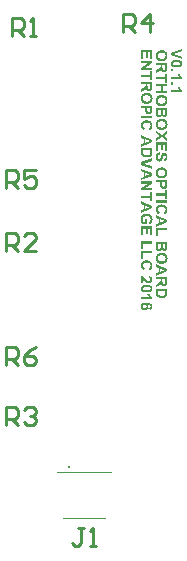
<source format=gto>
G04 Layer_Color=65535*
%FSAX24Y24*%
%MOIN*%
G70*
G01*
G75*
%ADD17C,0.0040*%
%ADD18C,0.0100*%
G36*
X016530Y024574D02*
X016530D01*
X016528Y024573D01*
X016526Y024573D01*
X016524Y024572D01*
X016521Y024572D01*
X016517Y024570D01*
X016509Y024568D01*
X016500Y024564D01*
X016491Y024559D01*
X016482Y024554D01*
X016478Y024550D01*
X016475Y024547D01*
Y024546D01*
X016474Y024546D01*
X016473Y024544D01*
X016472Y024543D01*
X016471Y024541D01*
X016469Y024538D01*
X016468Y024535D01*
X016466Y024532D01*
X016463Y024524D01*
X016460Y024514D01*
X016458Y024503D01*
X016457Y024491D01*
Y024490D01*
Y024489D01*
Y024487D01*
X016458Y024485D01*
Y024481D01*
X016458Y024478D01*
X016459Y024470D01*
X016461Y024461D01*
X016464Y024451D01*
X016468Y024442D01*
X016470Y024438D01*
X016473Y024435D01*
Y024434D01*
X016474Y024434D01*
X016476Y024432D01*
X016479Y024428D01*
X016483Y024425D01*
X016489Y024422D01*
X016495Y024419D01*
X016502Y024417D01*
X016506Y024416D01*
X016512D01*
X016514Y024416D01*
X016517Y024417D01*
X016521Y024418D01*
X016525Y024419D01*
X016529Y024421D01*
X016532Y024424D01*
X016533Y024424D01*
X016534Y024426D01*
X016536Y024428D01*
X016538Y024430D01*
X016541Y024434D01*
X016544Y024439D01*
X016546Y024444D01*
X016549Y024451D01*
X016549Y024452D01*
Y024453D01*
X016550Y024454D01*
X016550Y024456D01*
X016551Y024458D01*
X016552Y024461D01*
X016553Y024464D01*
X016554Y024468D01*
X016555Y024472D01*
X016556Y024477D01*
X016558Y024483D01*
X016559Y024489D01*
X016561Y024496D01*
X016563Y024504D01*
X016565Y024513D01*
Y024513D01*
X016566Y024515D01*
X016567Y024518D01*
X016568Y024522D01*
X016569Y024528D01*
X016571Y024533D01*
X016573Y024540D01*
X016575Y024546D01*
X016581Y024560D01*
X016587Y024575D01*
X016591Y024581D01*
X016595Y024588D01*
X016598Y024594D01*
X016603Y024599D01*
X016603Y024599D01*
X016604Y024600D01*
X016606Y024602D01*
X016608Y024604D01*
X016611Y024607D01*
X016615Y024610D01*
X016619Y024613D01*
X016624Y024616D01*
X016629Y024619D01*
X016635Y024622D01*
X016641Y024625D01*
X016648Y024628D01*
X016655Y024630D01*
X016663Y024632D01*
X016671Y024633D01*
X016679Y024633D01*
X016682D01*
X016684Y024633D01*
X016686D01*
X016689Y024633D01*
X016696Y024631D01*
X016705Y024629D01*
X016714Y024627D01*
X016723Y024622D01*
X016733Y024617D01*
X016733D01*
X016734Y024616D01*
X016735Y024615D01*
X016737Y024614D01*
X016742Y024610D01*
X016747Y024605D01*
X016753Y024598D01*
X016760Y024590D01*
X016766Y024581D01*
X016771Y024570D01*
Y024570D01*
X016771Y024569D01*
X016772Y024567D01*
X016773Y024565D01*
X016774Y024561D01*
X016775Y024558D01*
X016776Y024554D01*
X016778Y024549D01*
X016779Y024544D01*
X016780Y024538D01*
X016781Y024532D01*
X016783Y024526D01*
X016783Y024518D01*
X016784Y024511D01*
X016785Y024495D01*
Y024495D01*
Y024494D01*
Y024492D01*
Y024488D01*
X016784Y024484D01*
X016784Y024478D01*
X016783Y024471D01*
X016782Y024463D01*
X016780Y024455D01*
X016779Y024447D01*
X016777Y024438D01*
X016774Y024429D01*
X016771Y024420D01*
X016768Y024412D01*
X016763Y024403D01*
X016759Y024395D01*
X016753Y024388D01*
X016753Y024388D01*
X016752Y024387D01*
X016750Y024385D01*
X016747Y024383D01*
X016744Y024380D01*
X016740Y024377D01*
X016736Y024374D01*
X016731Y024370D01*
X016725Y024367D01*
X016719Y024363D01*
X016712Y024360D01*
X016705Y024357D01*
X016697Y024354D01*
X016688Y024352D01*
X016679Y024351D01*
X016670Y024350D01*
X016667Y024426D01*
X016667D01*
X016668Y024427D01*
X016670D01*
X016671Y024427D01*
X016674Y024428D01*
X016677Y024429D01*
X016683Y024431D01*
X016689Y024434D01*
X016696Y024437D01*
X016703Y024442D01*
X016708Y024448D01*
X016709Y024449D01*
X016710Y024451D01*
X016712Y024454D01*
X016715Y024460D01*
X016717Y024467D01*
X016719Y024475D01*
X016721Y024485D01*
X016721Y024496D01*
Y024497D01*
Y024498D01*
Y024499D01*
Y024501D01*
X016721Y024504D01*
X016721Y024508D01*
X016720Y024515D01*
X016718Y024524D01*
X016716Y024533D01*
X016712Y024541D01*
X016708Y024549D01*
X016707Y024549D01*
X016706Y024550D01*
X016704Y024552D01*
X016701Y024554D01*
X016698Y024557D01*
X016694Y024558D01*
X016689Y024560D01*
X016684Y024560D01*
X016682D01*
X016679Y024560D01*
X016676Y024559D01*
X016673Y024558D01*
X016669Y024556D01*
X016665Y024553D01*
X016661Y024549D01*
X016661Y024549D01*
X016660Y024548D01*
X016659Y024546D01*
X016658Y024544D01*
X016657Y024542D01*
X016655Y024539D01*
X016653Y024535D01*
X016652Y024531D01*
X016650Y024526D01*
X016648Y024520D01*
X016646Y024514D01*
X016643Y024506D01*
X016641Y024498D01*
X016638Y024489D01*
X016636Y024479D01*
Y024478D01*
X016635Y024477D01*
X016635Y024474D01*
X016634Y024470D01*
X016632Y024465D01*
X016631Y024460D01*
X016629Y024454D01*
X016628Y024448D01*
X016623Y024435D01*
X016619Y024421D01*
X016616Y024415D01*
X016614Y024408D01*
X016611Y024402D01*
X016609Y024397D01*
Y024396D01*
X016608Y024396D01*
X016607Y024394D01*
X016606Y024392D01*
X016603Y024387D01*
X016599Y024381D01*
X016593Y024375D01*
X016587Y024368D01*
X016579Y024361D01*
X016570Y024355D01*
X016570D01*
X016569Y024354D01*
X016568Y024353D01*
X016566Y024352D01*
X016563Y024351D01*
X016560Y024350D01*
X016557Y024349D01*
X016553Y024347D01*
X016549Y024346D01*
X016545Y024344D01*
X016534Y024342D01*
X016523Y024340D01*
X016510Y024339D01*
X016507D01*
X016505Y024340D01*
X016502D01*
X016498Y024340D01*
X016494Y024341D01*
X016490Y024342D01*
X016481Y024344D01*
X016471Y024347D01*
X016460Y024352D01*
X016454Y024355D01*
X016449Y024358D01*
X016448D01*
X016448Y024359D01*
X016446Y024360D01*
X016444Y024361D01*
X016442Y024363D01*
X016439Y024365D01*
X016433Y024371D01*
X016426Y024378D01*
X016419Y024387D01*
X016412Y024397D01*
X016407Y024409D01*
Y024410D01*
X016406Y024411D01*
X016405Y024412D01*
X016405Y024415D01*
X016403Y024418D01*
X016402Y024422D01*
X016401Y024427D01*
X016400Y024432D01*
X016398Y024437D01*
X016397Y024444D01*
X016396Y024451D01*
X016395Y024458D01*
X016394Y024465D01*
X016393Y024474D01*
X016393Y024483D01*
Y024492D01*
Y024492D01*
Y024495D01*
X016393Y024499D01*
Y024504D01*
X016394Y024509D01*
X016395Y024516D01*
X016396Y024524D01*
X016397Y024532D01*
X016399Y024541D01*
X016401Y024550D01*
X016404Y024559D01*
X016407Y024568D01*
X016411Y024577D01*
X016415Y024586D01*
X016420Y024594D01*
X016426Y024602D01*
X016426Y024602D01*
X016427Y024604D01*
X016430Y024606D01*
X016432Y024608D01*
X016436Y024611D01*
X016440Y024615D01*
X016445Y024618D01*
X016450Y024622D01*
X016457Y024626D01*
X016464Y024630D01*
X016472Y024634D01*
X016481Y024638D01*
X016490Y024641D01*
X016500Y024644D01*
X016511Y024646D01*
X016523Y024648D01*
X016530Y024574D01*
D02*
G37*
G36*
X016778Y024700D02*
X016714D01*
Y024904D01*
X016631D01*
Y024714D01*
X016567D01*
Y024904D01*
X016464D01*
Y024693D01*
X016400D01*
Y024980D01*
X016778D01*
Y024700D01*
D02*
G37*
G36*
X016597Y025240D02*
X016778Y025359D01*
Y025270D01*
X016665Y025195D01*
X016778Y025120D01*
Y025031D01*
X016597Y025150D01*
X016400Y025020D01*
Y025112D01*
X016528Y025196D01*
X016400Y025280D01*
Y025371D01*
X016597Y025240D01*
D02*
G37*
G36*
X016596Y024144D02*
X016601D01*
X016607Y024143D01*
X016613Y024142D01*
X016620Y024142D01*
X016628Y024141D01*
X016635Y024140D01*
X016652Y024137D01*
X016668Y024132D01*
X016676Y024130D01*
X016683Y024127D01*
X016684D01*
X016685Y024126D01*
X016686Y024125D01*
X016688Y024124D01*
X016691Y024123D01*
X016694Y024121D01*
X016701Y024118D01*
X016709Y024113D01*
X016718Y024107D01*
X016726Y024100D01*
X016735Y024092D01*
X016736Y024091D01*
X016736Y024091D01*
X016737Y024089D01*
X016739Y024088D01*
X016741Y024086D01*
X016743Y024083D01*
X016748Y024077D01*
X016754Y024070D01*
X016760Y024062D01*
X016765Y024053D01*
X016769Y024043D01*
Y024042D01*
X016770Y024041D01*
X016771Y024039D01*
X016772Y024037D01*
X016773Y024033D01*
X016774Y024029D01*
X016776Y024025D01*
X016777Y024019D01*
X016778Y024014D01*
X016780Y024007D01*
X016781Y024000D01*
X016782Y023993D01*
X016784Y023978D01*
X016785Y023961D01*
Y023961D01*
Y023960D01*
Y023959D01*
Y023957D01*
X016784Y023953D01*
X016784Y023947D01*
X016783Y023940D01*
X016782Y023932D01*
X016780Y023923D01*
X016778Y023913D01*
X016775Y023902D01*
X016772Y023892D01*
X016768Y023881D01*
X016762Y023869D01*
X016757Y023858D01*
X016750Y023847D01*
X016742Y023837D01*
X016733Y023827D01*
X016732Y023827D01*
X016730Y023825D01*
X016727Y023823D01*
X016723Y023820D01*
X016718Y023816D01*
X016711Y023811D01*
X016704Y023807D01*
X016695Y023802D01*
X016685Y023797D01*
X016674Y023793D01*
X016662Y023788D01*
X016650Y023785D01*
X016636Y023781D01*
X016621Y023779D01*
X016605Y023777D01*
X016588Y023777D01*
X016582D01*
X016580Y023777D01*
X016573Y023778D01*
X016565Y023779D01*
X016557Y023779D01*
X016546Y023781D01*
X016536Y023783D01*
X016525Y023786D01*
X016513Y023789D01*
X016501Y023793D01*
X016489Y023798D01*
X016477Y023804D01*
X016466Y023811D01*
X016455Y023818D01*
X016445Y023827D01*
X016444Y023827D01*
X016443Y023829D01*
X016440Y023832D01*
X016436Y023836D01*
X016433Y023841D01*
X016428Y023847D01*
X016424Y023854D01*
X016419Y023862D01*
X016414Y023871D01*
X016409Y023881D01*
X016405Y023892D01*
X016401Y023904D01*
X016398Y023917D01*
X016395Y023930D01*
X016393Y023945D01*
X016393Y023960D01*
Y023961D01*
Y023961D01*
Y023962D01*
Y023964D01*
X016393Y023968D01*
X016394Y023974D01*
X016395Y023981D01*
X016396Y023990D01*
X016397Y023999D01*
X016400Y024009D01*
X016402Y024019D01*
X016406Y024030D01*
X016410Y024041D01*
X016415Y024053D01*
X016421Y024064D01*
X016427Y024074D01*
X016435Y024084D01*
X016444Y024094D01*
X016445Y024095D01*
X016447Y024096D01*
X016450Y024099D01*
X016454Y024102D01*
X016459Y024106D01*
X016466Y024110D01*
X016473Y024114D01*
X016482Y024119D01*
X016491Y024124D01*
X016502Y024128D01*
X016513Y024132D01*
X016526Y024136D01*
X016539Y024139D01*
X016554Y024142D01*
X016570Y024144D01*
X016586Y024144D01*
X016592D01*
X016596Y024144D01*
D02*
G37*
G36*
X016778Y022968D02*
X016400D01*
Y023044D01*
X016778D01*
Y022968D01*
D02*
G37*
G36*
Y023091D02*
X016714D01*
Y023203D01*
X016400D01*
Y023279D01*
X016714D01*
Y023391D01*
X016778D01*
Y023091D01*
D02*
G37*
G36*
Y023595D02*
Y023594D01*
Y023592D01*
Y023588D01*
Y023583D01*
Y023578D01*
X016778Y023571D01*
Y023565D01*
X016778Y023557D01*
X016777Y023542D01*
X016776Y023534D01*
X016776Y023527D01*
X016776Y023520D01*
X016775Y023514D01*
X016774Y023508D01*
X016773Y023504D01*
Y023504D01*
X016772Y023502D01*
X016772Y023501D01*
X016771Y023499D01*
X016770Y023496D01*
X016769Y023492D01*
X016765Y023485D01*
X016760Y023476D01*
X016753Y023467D01*
X016749Y023463D01*
X016745Y023458D01*
X016741Y023453D01*
X016735Y023449D01*
X016735Y023449D01*
X016734Y023449D01*
X016733Y023447D01*
X016730Y023446D01*
X016728Y023444D01*
X016724Y023442D01*
X016720Y023440D01*
X016716Y023438D01*
X016710Y023436D01*
X016705Y023434D01*
X016699Y023432D01*
X016692Y023431D01*
X016685Y023429D01*
X016678Y023428D01*
X016670Y023428D01*
X016662Y023427D01*
X016656D01*
X016653Y023428D01*
X016649Y023428D01*
X016646Y023428D01*
X016641Y023429D01*
X016632Y023431D01*
X016622Y023433D01*
X016612Y023436D01*
X016603Y023440D01*
X016603D01*
X016602Y023440D01*
X016601Y023441D01*
X016599Y023442D01*
X016595Y023445D01*
X016589Y023449D01*
X016584Y023453D01*
X016578Y023459D01*
X016571Y023465D01*
X016566Y023472D01*
Y023473D01*
X016565Y023473D01*
X016564Y023476D01*
X016561Y023479D01*
X016558Y023485D01*
X016555Y023490D01*
X016553Y023497D01*
X016550Y023504D01*
X016548Y023512D01*
Y023512D01*
X016548Y023513D01*
Y023515D01*
X016547Y023517D01*
X016547Y023519D01*
X016546Y023523D01*
X016546Y023527D01*
X016546Y023532D01*
X016545Y023537D01*
X016544Y023543D01*
X016544Y023550D01*
X016544Y023557D01*
X016543Y023565D01*
Y023573D01*
X016543Y023582D01*
Y023591D01*
Y023641D01*
X016400D01*
Y023717D01*
X016778D01*
Y023595D01*
D02*
G37*
G36*
X016596Y025759D02*
X016601D01*
X016607Y025759D01*
X016613Y025758D01*
X016620Y025758D01*
X016628Y025756D01*
X016635Y025756D01*
X016652Y025752D01*
X016668Y025748D01*
X016676Y025745D01*
X016683Y025743D01*
X016684D01*
X016685Y025742D01*
X016686Y025741D01*
X016688Y025740D01*
X016691Y025739D01*
X016694Y025737D01*
X016701Y025733D01*
X016709Y025729D01*
X016718Y025722D01*
X016726Y025715D01*
X016735Y025708D01*
X016736Y025707D01*
X016736Y025706D01*
X016737Y025705D01*
X016739Y025704D01*
X016741Y025702D01*
X016743Y025699D01*
X016748Y025693D01*
X016754Y025686D01*
X016760Y025677D01*
X016765Y025668D01*
X016769Y025658D01*
Y025658D01*
X016770Y025657D01*
X016771Y025655D01*
X016772Y025652D01*
X016773Y025649D01*
X016774Y025645D01*
X016776Y025640D01*
X016777Y025635D01*
X016778Y025629D01*
X016780Y025623D01*
X016781Y025616D01*
X016782Y025609D01*
X016784Y025594D01*
X016785Y025577D01*
Y025576D01*
Y025576D01*
Y025575D01*
Y025573D01*
X016784Y025569D01*
X016784Y025563D01*
X016783Y025556D01*
X016782Y025548D01*
X016780Y025539D01*
X016778Y025529D01*
X016775Y025518D01*
X016772Y025508D01*
X016768Y025497D01*
X016762Y025485D01*
X016757Y025474D01*
X016750Y025463D01*
X016742Y025453D01*
X016733Y025443D01*
X016732Y025443D01*
X016730Y025441D01*
X016727Y025439D01*
X016723Y025435D01*
X016718Y025431D01*
X016711Y025427D01*
X016704Y025423D01*
X016695Y025418D01*
X016685Y025413D01*
X016674Y025409D01*
X016662Y025404D01*
X016650Y025401D01*
X016636Y025397D01*
X016621Y025395D01*
X016605Y025393D01*
X016588Y025393D01*
X016582D01*
X016580Y025393D01*
X016573Y025394D01*
X016565Y025394D01*
X016557Y025395D01*
X016546Y025397D01*
X016536Y025399D01*
X016525Y025402D01*
X016513Y025405D01*
X016501Y025409D01*
X016489Y025414D01*
X016477Y025419D01*
X016466Y025426D01*
X016455Y025434D01*
X016445Y025443D01*
X016444Y025443D01*
X016443Y025445D01*
X016440Y025448D01*
X016436Y025452D01*
X016433Y025457D01*
X016428Y025463D01*
X016424Y025470D01*
X016419Y025478D01*
X016414Y025487D01*
X016409Y025497D01*
X016405Y025508D01*
X016401Y025520D01*
X016398Y025533D01*
X016395Y025546D01*
X016393Y025561D01*
X016393Y025576D01*
Y025576D01*
Y025577D01*
Y025578D01*
Y025580D01*
X016393Y025584D01*
X016394Y025590D01*
X016395Y025597D01*
X016396Y025606D01*
X016397Y025615D01*
X016400Y025624D01*
X016402Y025635D01*
X016406Y025646D01*
X016410Y025657D01*
X016415Y025668D01*
X016421Y025679D01*
X016427Y025690D01*
X016435Y025700D01*
X016444Y025710D01*
X016445Y025711D01*
X016447Y025712D01*
X016450Y025715D01*
X016454Y025718D01*
X016459Y025722D01*
X016466Y025726D01*
X016473Y025730D01*
X016482Y025735D01*
X016491Y025740D01*
X016502Y025744D01*
X016513Y025748D01*
X016526Y025752D01*
X016539Y025755D01*
X016554Y025758D01*
X016570Y025759D01*
X016586Y025760D01*
X016592D01*
X016596Y025759D01*
D02*
G37*
G36*
X016778Y027462D02*
Y027462D01*
Y027460D01*
Y027457D01*
Y027453D01*
X016778Y027448D01*
Y027442D01*
X016778Y027435D01*
X016777Y027429D01*
X016776Y027414D01*
X016774Y027400D01*
X016773Y027393D01*
X016771Y027386D01*
X016770Y027380D01*
X016768Y027374D01*
Y027374D01*
X016768Y027373D01*
X016767Y027372D01*
X016766Y027370D01*
X016765Y027367D01*
X016764Y027365D01*
X016760Y027358D01*
X016755Y027351D01*
X016748Y027344D01*
X016741Y027337D01*
X016732Y027330D01*
X016731D01*
X016730Y027330D01*
X016729Y027329D01*
X016727Y027328D01*
X016725Y027326D01*
X016722Y027325D01*
X016718Y027323D01*
X016714Y027322D01*
X016706Y027319D01*
X016696Y027316D01*
X016685Y027314D01*
X016672Y027314D01*
X016668D01*
X016665Y027314D01*
X016662Y027314D01*
X016657Y027315D01*
X016653Y027316D01*
X016648Y027317D01*
X016636Y027320D01*
X016630Y027322D01*
X016625Y027324D01*
X016619Y027327D01*
X016613Y027330D01*
X016607Y027334D01*
X016602Y027339D01*
X016601Y027339D01*
X016600Y027340D01*
X016599Y027341D01*
X016597Y027343D01*
X016595Y027346D01*
X016593Y027349D01*
X016590Y027353D01*
X016587Y027358D01*
X016584Y027362D01*
X016581Y027368D01*
X016578Y027374D01*
X016575Y027381D01*
X016573Y027388D01*
X016570Y027396D01*
X016568Y027405D01*
X016566Y027414D01*
Y027413D01*
X016566Y027412D01*
X016565Y027411D01*
X016564Y027410D01*
X016561Y027405D01*
X016557Y027399D01*
X016553Y027393D01*
X016547Y027386D01*
X016541Y027379D01*
X016535Y027373D01*
X016534Y027372D01*
X016533Y027371D01*
X016532Y027370D01*
X016530Y027368D01*
X016527Y027366D01*
X016524Y027364D01*
X016521Y027361D01*
X016517Y027358D01*
X016512Y027355D01*
X016507Y027351D01*
X016502Y027348D01*
X016496Y027344D01*
X016489Y027339D01*
X016482Y027334D01*
X016473Y027329D01*
X016400Y027283D01*
Y027374D01*
X016482Y027430D01*
X016483Y027430D01*
X016484Y027431D01*
X016487Y027433D01*
X016489Y027435D01*
X016493Y027437D01*
X016497Y027440D01*
X016506Y027446D01*
X016515Y027453D01*
X016524Y027459D01*
X016528Y027462D01*
X016532Y027465D01*
X016535Y027468D01*
X016538Y027470D01*
X016538Y027471D01*
X016540Y027472D01*
X016541Y027474D01*
X016544Y027477D01*
X016547Y027481D01*
X016549Y027485D01*
X016552Y027489D01*
X016553Y027493D01*
X016554Y027494D01*
X016554Y027496D01*
X016555Y027499D01*
X016556Y027503D01*
X016557Y027508D01*
X016557Y027515D01*
X016558Y027522D01*
Y027532D01*
Y027547D01*
X016400D01*
Y027623D01*
X016778D01*
Y027462D01*
D02*
G37*
G36*
X016596Y028050D02*
X016601D01*
X016607Y028049D01*
X016613Y028048D01*
X016620Y028048D01*
X016628Y028047D01*
X016635Y028046D01*
X016652Y028043D01*
X016668Y028039D01*
X016676Y028036D01*
X016683Y028033D01*
X016684D01*
X016685Y028032D01*
X016686Y028032D01*
X016688Y028030D01*
X016691Y028029D01*
X016694Y028027D01*
X016701Y028024D01*
X016709Y028019D01*
X016718Y028013D01*
X016726Y028006D01*
X016735Y027998D01*
X016736Y027998D01*
X016736Y027997D01*
X016737Y027995D01*
X016739Y027994D01*
X016741Y027992D01*
X016743Y027989D01*
X016748Y027983D01*
X016754Y027976D01*
X016760Y027968D01*
X016765Y027959D01*
X016769Y027949D01*
Y027948D01*
X016770Y027947D01*
X016771Y027945D01*
X016772Y027943D01*
X016773Y027939D01*
X016774Y027935D01*
X016776Y027931D01*
X016777Y027925D01*
X016778Y027920D01*
X016780Y027913D01*
X016781Y027906D01*
X016782Y027900D01*
X016784Y027884D01*
X016785Y027867D01*
Y027867D01*
Y027866D01*
Y027865D01*
Y027863D01*
X016784Y027859D01*
X016784Y027853D01*
X016783Y027846D01*
X016782Y027838D01*
X016780Y027829D01*
X016778Y027819D01*
X016775Y027809D01*
X016772Y027798D01*
X016768Y027787D01*
X016762Y027775D01*
X016757Y027764D01*
X016750Y027754D01*
X016742Y027743D01*
X016733Y027733D01*
X016732Y027733D01*
X016730Y027731D01*
X016727Y027729D01*
X016723Y027726D01*
X016718Y027722D01*
X016711Y027717D01*
X016704Y027713D01*
X016695Y027708D01*
X016685Y027704D01*
X016674Y027699D01*
X016662Y027695D01*
X016650Y027691D01*
X016636Y027688D01*
X016621Y027685D01*
X016605Y027683D01*
X016588Y027683D01*
X016582D01*
X016580Y027683D01*
X016573Y027684D01*
X016565Y027685D01*
X016557Y027686D01*
X016546Y027687D01*
X016536Y027689D01*
X016525Y027692D01*
X016513Y027695D01*
X016501Y027699D01*
X016489Y027704D01*
X016477Y027710D01*
X016466Y027717D01*
X016455Y027724D01*
X016445Y027733D01*
X016444Y027733D01*
X016443Y027736D01*
X016440Y027738D01*
X016436Y027742D01*
X016433Y027747D01*
X016428Y027753D01*
X016424Y027760D01*
X016419Y027768D01*
X016414Y027777D01*
X016409Y027787D01*
X016405Y027798D01*
X016401Y027810D01*
X016398Y027823D01*
X016395Y027836D01*
X016393Y027851D01*
X016393Y027866D01*
Y027867D01*
Y027867D01*
Y027868D01*
Y027870D01*
X016393Y027875D01*
X016394Y027880D01*
X016395Y027887D01*
X016396Y027896D01*
X016397Y027905D01*
X016400Y027915D01*
X016402Y027925D01*
X016406Y027936D01*
X016410Y027947D01*
X016415Y027959D01*
X016421Y027970D01*
X016427Y027980D01*
X016435Y027991D01*
X016444Y028000D01*
X016445Y028001D01*
X016447Y028002D01*
X016450Y028005D01*
X016454Y028008D01*
X016459Y028012D01*
X016466Y028016D01*
X016473Y028020D01*
X016482Y028025D01*
X016491Y028030D01*
X016502Y028034D01*
X016513Y028039D01*
X016526Y028042D01*
X016539Y028045D01*
X016554Y028048D01*
X016570Y028050D01*
X016586Y028050D01*
X016592D01*
X016596Y028050D01*
D02*
G37*
G36*
X016093Y019638D02*
X016100D01*
X016109Y019637D01*
X016119Y019636D01*
X016130Y019635D01*
X016141Y019633D01*
X016153Y019631D01*
X016166Y019629D01*
X016178Y019626D01*
X016191Y019622D01*
X016203Y019618D01*
X016214Y019613D01*
X016224Y019606D01*
X016233Y019600D01*
X016234Y019599D01*
X016235Y019598D01*
X016237Y019596D01*
X016241Y019593D01*
X016244Y019589D01*
X016248Y019584D01*
X016252Y019579D01*
X016257Y019573D01*
X016261Y019566D01*
X016265Y019558D01*
X016269Y019550D01*
X016272Y019541D01*
X016276Y019532D01*
X016278Y019522D01*
X016279Y019511D01*
X016280Y019500D01*
Y019499D01*
Y019498D01*
Y019496D01*
X016279Y019492D01*
X016279Y019489D01*
X016278Y019485D01*
X016278Y019480D01*
X016277Y019475D01*
X016274Y019463D01*
X016272Y019458D01*
X016269Y019451D01*
X016267Y019446D01*
X016263Y019440D01*
X016260Y019434D01*
X016255Y019429D01*
X016255Y019428D01*
X016254Y019427D01*
X016253Y019426D01*
X016251Y019424D01*
X016248Y019422D01*
X016245Y019419D01*
X016242Y019416D01*
X016237Y019413D01*
X016233Y019410D01*
X016227Y019407D01*
X016221Y019404D01*
X016215Y019401D01*
X016208Y019399D01*
X016201Y019396D01*
X016193Y019394D01*
X016185Y019392D01*
X016177Y019463D01*
X016178D01*
X016181Y019463D01*
X016185Y019464D01*
X016189Y019465D01*
X016194Y019467D01*
X016199Y019470D01*
X016205Y019473D01*
X016209Y019476D01*
X016209Y019477D01*
X016210Y019479D01*
X016212Y019481D01*
X016214Y019484D01*
X016216Y019488D01*
X016218Y019493D01*
X016219Y019498D01*
X016219Y019504D01*
Y019505D01*
Y019505D01*
Y019506D01*
X016219Y019508D01*
X016218Y019513D01*
X016217Y019518D01*
X016214Y019524D01*
X016211Y019531D01*
X016208Y019534D01*
X016205Y019537D01*
X016202Y019540D01*
X016198Y019543D01*
X016198D01*
X016198Y019544D01*
X016196Y019545D01*
X016194Y019546D01*
X016192Y019547D01*
X016189Y019549D01*
X016185Y019550D01*
X016180Y019552D01*
X016175Y019553D01*
X016169Y019555D01*
X016162Y019557D01*
X016153Y019558D01*
X016145Y019560D01*
X016135Y019561D01*
X016124Y019563D01*
X016112Y019563D01*
X016113Y019563D01*
X016114Y019562D01*
X016115Y019561D01*
X016117Y019558D01*
X016120Y019556D01*
X016123Y019553D01*
X016126Y019549D01*
X016129Y019545D01*
X016132Y019540D01*
X016135Y019535D01*
X016137Y019529D01*
X016140Y019523D01*
X016142Y019517D01*
X016144Y019510D01*
X016144Y019503D01*
X016145Y019496D01*
Y019495D01*
Y019494D01*
X016144Y019491D01*
Y019488D01*
X016144Y019484D01*
X016143Y019480D01*
X016142Y019474D01*
X016140Y019469D01*
X016139Y019463D01*
X016136Y019457D01*
X016133Y019450D01*
X016130Y019444D01*
X016126Y019437D01*
X016121Y019431D01*
X016116Y019424D01*
X016110Y019418D01*
X016110Y019417D01*
X016108Y019417D01*
X016106Y019415D01*
X016104Y019413D01*
X016100Y019410D01*
X016096Y019408D01*
X016091Y019405D01*
X016086Y019401D01*
X016080Y019399D01*
X016073Y019396D01*
X016066Y019393D01*
X016058Y019390D01*
X016049Y019388D01*
X016041Y019387D01*
X016031Y019386D01*
X016021Y019385D01*
X016018D01*
X016015Y019386D01*
X016012D01*
X016007Y019387D01*
X016001Y019387D01*
X015994Y019388D01*
X015987Y019390D01*
X015980Y019392D01*
X015973Y019394D01*
X015965Y019397D01*
X015957Y019400D01*
X015950Y019404D01*
X015942Y019408D01*
X015935Y019414D01*
X015928Y019420D01*
X015927Y019420D01*
X015926Y019422D01*
X015925Y019423D01*
X015923Y019426D01*
X015920Y019429D01*
X015917Y019433D01*
X015914Y019438D01*
X015911Y019444D01*
X015907Y019449D01*
X015904Y019456D01*
X015901Y019463D01*
X015898Y019471D01*
X015896Y019479D01*
X015895Y019488D01*
X015893Y019497D01*
X015893Y019507D01*
Y019508D01*
Y019510D01*
X015893Y019513D01*
X015894Y019517D01*
X015894Y019522D01*
X015895Y019527D01*
X015897Y019533D01*
X015899Y019540D01*
X015901Y019548D01*
X015904Y019556D01*
X015907Y019563D01*
X015912Y019571D01*
X015917Y019579D01*
X015923Y019587D01*
X015930Y019595D01*
X015937Y019602D01*
X015938Y019602D01*
X015939Y019603D01*
X015942Y019605D01*
X015946Y019607D01*
X015951Y019610D01*
X015957Y019613D01*
X015964Y019616D01*
X015972Y019620D01*
X015982Y019623D01*
X015993Y019627D01*
X016005Y019629D01*
X016018Y019632D01*
X016032Y019635D01*
X016048Y019636D01*
X016065Y019638D01*
X016083Y019638D01*
X016090D01*
X016093Y019638D01*
D02*
G37*
G36*
X016778Y026968D02*
X016714D01*
Y027080D01*
X016400D01*
Y027156D01*
X016714D01*
Y027268D01*
X016778D01*
Y026968D01*
D02*
G37*
G36*
Y025975D02*
Y025974D01*
Y025973D01*
Y025970D01*
Y025967D01*
Y025964D01*
Y025959D01*
X016778Y025954D01*
Y025950D01*
X016778Y025938D01*
X016777Y025927D01*
X016776Y025917D01*
X016775Y025912D01*
X016774Y025908D01*
Y025907D01*
Y025907D01*
X016774Y025906D01*
X016774Y025904D01*
X016773Y025900D01*
X016771Y025895D01*
X016769Y025888D01*
X016766Y025882D01*
X016763Y025875D01*
X016759Y025868D01*
Y025868D01*
X016758Y025868D01*
X016757Y025866D01*
X016754Y025862D01*
X016751Y025858D01*
X016746Y025854D01*
X016740Y025849D01*
X016734Y025844D01*
X016727Y025839D01*
X016727D01*
X016726Y025839D01*
X016725Y025838D01*
X016724Y025837D01*
X016720Y025836D01*
X016714Y025833D01*
X016708Y025831D01*
X016700Y025829D01*
X016692Y025828D01*
X016683Y025827D01*
X016680D01*
X016678Y025828D01*
X016676D01*
X016673Y025828D01*
X016667Y025829D01*
X016659Y025831D01*
X016651Y025834D01*
X016643Y025837D01*
X016634Y025842D01*
X016634D01*
X016633Y025843D01*
X016632Y025843D01*
X016630Y025844D01*
X016627Y025847D01*
X016622Y025852D01*
X016616Y025858D01*
X016611Y025864D01*
X016605Y025872D01*
X016601Y025881D01*
Y025880D01*
X016600Y025879D01*
X016600Y025877D01*
X016599Y025875D01*
X016598Y025872D01*
X016596Y025869D01*
X016593Y025861D01*
X016588Y025853D01*
X016582Y025844D01*
X016575Y025835D01*
X016566Y025828D01*
X016566Y025827D01*
X016565Y025827D01*
X016564Y025826D01*
X016562Y025825D01*
X016560Y025823D01*
X016557Y025822D01*
X016554Y025820D01*
X016550Y025818D01*
X016542Y025815D01*
X016532Y025812D01*
X016521Y025810D01*
X016516Y025809D01*
X016505D01*
X016503Y025809D01*
X016500Y025810D01*
X016493Y025811D01*
X016486Y025812D01*
X016477Y025814D01*
X016468Y025817D01*
X016459Y025821D01*
X016459D01*
X016458Y025822D01*
X016457Y025822D01*
X016455Y025823D01*
X016450Y025826D01*
X016445Y025830D01*
X016439Y025834D01*
X016432Y025840D01*
X016426Y025847D01*
X016420Y025854D01*
Y025854D01*
X016420Y025855D01*
X016419Y025856D01*
X016418Y025858D01*
X016417Y025860D01*
X016416Y025862D01*
X016413Y025868D01*
X016409Y025875D01*
X016407Y025884D01*
X016404Y025894D01*
X016402Y025905D01*
Y025906D01*
Y025906D01*
Y025907D01*
X016402Y025909D01*
Y025912D01*
X016402Y025915D01*
Y025919D01*
X016401Y025924D01*
Y025929D01*
X016401Y025936D01*
Y025943D01*
X016400Y025952D01*
Y025961D01*
Y025972D01*
X016400Y025984D01*
Y025997D01*
Y026126D01*
X016778D01*
Y025975D01*
D02*
G37*
G36*
X016596Y026552D02*
X016601D01*
X016607Y026552D01*
X016613Y026551D01*
X016620Y026551D01*
X016628Y026549D01*
X016635Y026549D01*
X016652Y026545D01*
X016668Y026541D01*
X016676Y026538D01*
X016683Y026535D01*
X016684D01*
X016685Y026535D01*
X016686Y026534D01*
X016688Y026533D01*
X016691Y026532D01*
X016694Y026530D01*
X016701Y026526D01*
X016709Y026522D01*
X016718Y026515D01*
X016726Y026508D01*
X016735Y026501D01*
X016736Y026500D01*
X016736Y026499D01*
X016737Y026498D01*
X016739Y026497D01*
X016741Y026494D01*
X016743Y026492D01*
X016748Y026486D01*
X016754Y026479D01*
X016760Y026470D01*
X016765Y026461D01*
X016769Y026451D01*
Y026451D01*
X016770Y026450D01*
X016771Y026448D01*
X016772Y026445D01*
X016773Y026442D01*
X016774Y026438D01*
X016776Y026433D01*
X016777Y026428D01*
X016778Y026422D01*
X016780Y026416D01*
X016781Y026409D01*
X016782Y026402D01*
X016784Y026387D01*
X016785Y026370D01*
Y026369D01*
Y026369D01*
Y026368D01*
Y026366D01*
X016784Y026362D01*
X016784Y026356D01*
X016783Y026349D01*
X016782Y026341D01*
X016780Y026332D01*
X016778Y026322D01*
X016775Y026311D01*
X016772Y026301D01*
X016768Y026289D01*
X016762Y026278D01*
X016757Y026267D01*
X016750Y026256D01*
X016742Y026246D01*
X016733Y026236D01*
X016732Y026236D01*
X016730Y026234D01*
X016727Y026232D01*
X016723Y026228D01*
X016718Y026224D01*
X016711Y026220D01*
X016704Y026216D01*
X016695Y026211D01*
X016685Y026206D01*
X016674Y026202D01*
X016662Y026197D01*
X016650Y026194D01*
X016636Y026190D01*
X016621Y026188D01*
X016605Y026186D01*
X016588Y026186D01*
X016582D01*
X016580Y026186D01*
X016573Y026187D01*
X016565Y026187D01*
X016557Y026188D01*
X016546Y026190D01*
X016536Y026192D01*
X016525Y026195D01*
X016513Y026198D01*
X016501Y026202D01*
X016489Y026207D01*
X016477Y026212D01*
X016466Y026219D01*
X016455Y026227D01*
X016445Y026236D01*
X016444Y026236D01*
X016443Y026238D01*
X016440Y026241D01*
X016436Y026245D01*
X016433Y026250D01*
X016428Y026256D01*
X016424Y026263D01*
X016419Y026271D01*
X016414Y026280D01*
X016409Y026290D01*
X016405Y026301D01*
X016401Y026313D01*
X016398Y026326D01*
X016395Y026339D01*
X016393Y026354D01*
X016393Y026369D01*
Y026369D01*
Y026370D01*
Y026371D01*
Y026373D01*
X016393Y026377D01*
X016394Y026383D01*
X016395Y026390D01*
X016396Y026399D01*
X016397Y026408D01*
X016400Y026417D01*
X016402Y026428D01*
X016406Y026439D01*
X016410Y026450D01*
X016415Y026461D01*
X016421Y026472D01*
X016427Y026483D01*
X016435Y026493D01*
X016444Y026503D01*
X016445Y026503D01*
X016447Y026505D01*
X016450Y026508D01*
X016454Y026511D01*
X016459Y026515D01*
X016466Y026519D01*
X016473Y026523D01*
X016482Y026528D01*
X016491Y026533D01*
X016502Y026537D01*
X016513Y026541D01*
X016526Y026545D01*
X016539Y026548D01*
X016554Y026551D01*
X016570Y026552D01*
X016586Y026553D01*
X016592D01*
X016596Y026552D01*
D02*
G37*
G36*
X016778Y026843D02*
X016630D01*
Y026692D01*
X016778D01*
Y026616D01*
X016400D01*
Y026692D01*
X016566D01*
Y026843D01*
X016400D01*
Y026919D01*
X016778D01*
Y026843D01*
D02*
G37*
G36*
X016973Y027343D02*
X016900D01*
Y027416D01*
X016973D01*
Y027343D01*
D02*
G37*
G36*
X017097Y027725D02*
X017104D01*
X017113Y027724D01*
X017123Y027723D01*
X017134Y027722D01*
X017146Y027721D01*
X017159Y027719D01*
X017171Y027716D01*
X017184Y027713D01*
X017197Y027710D01*
X017209Y027706D01*
X017221Y027701D01*
X017231Y027695D01*
X017241Y027688D01*
X017241Y027688D01*
X017242Y027687D01*
X017244Y027685D01*
X017247Y027683D01*
X017250Y027679D01*
X017253Y027676D01*
X017257Y027671D01*
X017260Y027666D01*
X017264Y027660D01*
X017267Y027654D01*
X017271Y027647D01*
X017274Y027639D01*
X017276Y027631D01*
X017278Y027622D01*
X017279Y027613D01*
X017280Y027603D01*
Y027602D01*
Y027600D01*
X017279Y027597D01*
Y027594D01*
X017278Y027589D01*
X017278Y027584D01*
X017276Y027578D01*
X017275Y027571D01*
X017273Y027565D01*
X017270Y027558D01*
X017267Y027550D01*
X017263Y027543D01*
X017259Y027536D01*
X017253Y027529D01*
X017247Y027523D01*
X017240Y027517D01*
X017240Y027516D01*
X017238Y027515D01*
X017235Y027513D01*
X017231Y027511D01*
X017226Y027508D01*
X017220Y027505D01*
X017212Y027501D01*
X017203Y027498D01*
X017194Y027495D01*
X017182Y027491D01*
X017169Y027488D01*
X017155Y027485D01*
X017140Y027483D01*
X017123Y027481D01*
X017105Y027480D01*
X017086Y027480D01*
X017079D01*
X017076Y027480D01*
X017069D01*
X017060Y027481D01*
X017050Y027482D01*
X017039Y027483D01*
X017027Y027484D01*
X017014Y027486D01*
X017001Y027489D01*
X016988Y027492D01*
X016975Y027495D01*
X016964Y027500D01*
X016952Y027505D01*
X016941Y027510D01*
X016932Y027517D01*
X016931Y027517D01*
X016930Y027518D01*
X016928Y027520D01*
X016925Y027523D01*
X016923Y027526D01*
X016919Y027530D01*
X016916Y027534D01*
X016912Y027539D01*
X016909Y027545D01*
X016905Y027551D01*
X016902Y027558D01*
X016899Y027566D01*
X016897Y027574D01*
X016895Y027583D01*
X016893Y027593D01*
X016893Y027603D01*
Y027603D01*
Y027605D01*
X016893Y027608D01*
X016894Y027612D01*
X016894Y027617D01*
X016895Y027622D01*
X016897Y027628D01*
X016898Y027635D01*
X016900Y027642D01*
X016903Y027649D01*
X016907Y027656D01*
X016911Y027663D01*
X016916Y027671D01*
X016921Y027678D01*
X016928Y027685D01*
X016935Y027692D01*
X016936Y027692D01*
X016937Y027693D01*
X016940Y027695D01*
X016943Y027697D01*
X016948Y027699D01*
X016955Y027702D01*
X016962Y027705D01*
X016970Y027708D01*
X016980Y027712D01*
X016991Y027715D01*
X017003Y027717D01*
X017017Y027720D01*
X017032Y027722D01*
X017049Y027724D01*
X017067Y027725D01*
X017087Y027725D01*
X017094D01*
X017097Y027725D01*
D02*
G37*
G36*
X017278Y028018D02*
X016998Y027922D01*
X017278Y027829D01*
Y027748D01*
X016900Y027883D01*
Y027965D01*
X017278Y028100D01*
Y028018D01*
D02*
G37*
G36*
X017184Y027264D02*
X017184Y027264D01*
X017185Y027262D01*
X017185Y027260D01*
X017187Y027257D01*
X017188Y027254D01*
X017189Y027250D01*
X017192Y027246D01*
X017196Y027237D01*
X017202Y027227D01*
X017210Y027216D01*
X017219Y027203D01*
X017219Y027203D01*
X017220Y027202D01*
X017221Y027200D01*
X017223Y027198D01*
X017226Y027195D01*
X017229Y027192D01*
X017232Y027189D01*
X017236Y027185D01*
X017245Y027178D01*
X017255Y027170D01*
X017267Y027163D01*
X017273Y027160D01*
X017280Y027158D01*
Y027099D01*
X016900D01*
Y027171D01*
X017173D01*
X017172Y027172D01*
X017171Y027173D01*
X017169Y027175D01*
X017167Y027178D01*
X017164Y027182D01*
X017160Y027187D01*
X017156Y027192D01*
X017152Y027198D01*
X017147Y027205D01*
X017143Y027212D01*
X017138Y027219D01*
X017134Y027228D01*
X017129Y027236D01*
X017125Y027246D01*
X017121Y027255D01*
X017118Y027265D01*
X017184D01*
Y027264D01*
D02*
G37*
G36*
X013513Y014230D02*
X013512Y014228D01*
Y014225D01*
X013512Y014221D01*
X013512Y014214D01*
X013511Y014207D01*
X013511Y014204D01*
X013510Y014200D01*
X013510Y014198D01*
X013510Y014195D01*
X013510Y014193D01*
X013509Y014191D01*
Y014190D01*
Y014190D01*
X013512Y014191D01*
X013515Y014193D01*
X013521Y014196D01*
X013527Y014199D01*
X013534Y014201D01*
X013540Y014203D01*
X013542Y014204D01*
X013545Y014205D01*
X013546Y014206D01*
X013548Y014206D01*
X013549Y014207D01*
X013549D01*
X013557Y014182D01*
X013549Y014181D01*
X013542Y014179D01*
X013535Y014177D01*
X013528Y014176D01*
X013525Y014175D01*
X013523Y014174D01*
X013521Y014174D01*
X013519Y014173D01*
X013517Y014173D01*
X013516Y014173D01*
X013515Y014173D01*
X013515D01*
X013516Y014171D01*
X013519Y014169D01*
X013521Y014167D01*
X013523Y014164D01*
X013528Y014159D01*
X013532Y014154D01*
X013537Y014149D01*
X013539Y014146D01*
X013540Y014144D01*
X013542Y014143D01*
X013543Y014141D01*
X013543Y014141D01*
X013543Y014140D01*
X013523Y014126D01*
X013519Y014131D01*
X013516Y014137D01*
X013512Y014143D01*
X013508Y014149D01*
X013505Y014154D01*
X013504Y014156D01*
X013503Y014159D01*
X013502Y014160D01*
X013501Y014161D01*
X013501Y014162D01*
Y014162D01*
X013496Y014154D01*
X013491Y014147D01*
X013487Y014141D01*
X013484Y014135D01*
X013482Y014133D01*
X013481Y014131D01*
X013480Y014130D01*
X013479Y014128D01*
X013478Y014127D01*
X013478Y014126D01*
X013477Y014126D01*
Y014126D01*
X013457Y014140D01*
X013460Y014144D01*
X013463Y014149D01*
X013466Y014152D01*
X013469Y014155D01*
X013472Y014158D01*
X013474Y014161D01*
X013477Y014163D01*
X013478Y014165D01*
X013482Y014168D01*
X013484Y014171D01*
X013486Y014172D01*
X013486Y014173D01*
X013478Y014174D01*
X013471Y014175D01*
X013463Y014177D01*
X013457Y014178D01*
X013454Y014179D01*
X013451Y014180D01*
X013449Y014181D01*
X013447Y014181D01*
X013445Y014182D01*
X013444Y014182D01*
X013444Y014182D01*
X013443D01*
X013451Y014207D01*
X013459Y014204D01*
X013467Y014201D01*
X013474Y014198D01*
X013480Y014196D01*
X013483Y014194D01*
X013485Y014193D01*
X013487Y014193D01*
X013489Y014192D01*
X013490Y014191D01*
X013491Y014191D01*
X013492Y014190D01*
X013492D01*
X013491Y014199D01*
X013490Y014208D01*
X013489Y014211D01*
X013489Y014215D01*
X013489Y014218D01*
Y014221D01*
X013488Y014224D01*
X013488Y014226D01*
Y014228D01*
X013488Y014230D01*
Y014231D01*
Y014232D01*
Y014233D01*
Y014233D01*
X013513D01*
Y014230D01*
D02*
G37*
G36*
X017184Y026824D02*
X017184Y026823D01*
X017185Y026821D01*
X017185Y026819D01*
X017187Y026816D01*
X017188Y026813D01*
X017189Y026810D01*
X017192Y026806D01*
X017196Y026797D01*
X017202Y026786D01*
X017210Y026775D01*
X017219Y026763D01*
X017219Y026762D01*
X017220Y026761D01*
X017221Y026759D01*
X017223Y026757D01*
X017226Y026754D01*
X017229Y026752D01*
X017232Y026748D01*
X017236Y026745D01*
X017245Y026737D01*
X017255Y026729D01*
X017267Y026722D01*
X017273Y026720D01*
X017280Y026717D01*
Y026658D01*
X016900D01*
Y026731D01*
X017173D01*
X017172Y026731D01*
X017171Y026732D01*
X017169Y026735D01*
X017167Y026738D01*
X017164Y026741D01*
X017160Y026746D01*
X017156Y026751D01*
X017152Y026757D01*
X017147Y026764D01*
X017143Y026771D01*
X017138Y026779D01*
X017134Y026787D01*
X017129Y026795D01*
X017125Y026805D01*
X017121Y026814D01*
X017118Y026824D01*
X017184D01*
Y026824D01*
D02*
G37*
G36*
X016973Y026902D02*
X016900D01*
Y026975D01*
X016973D01*
Y026902D01*
D02*
G37*
G36*
X016778Y019966D02*
Y019966D01*
Y019964D01*
Y019962D01*
Y019959D01*
X016778Y019955D01*
Y019950D01*
Y019945D01*
X016778Y019940D01*
X016777Y019928D01*
X016775Y019916D01*
X016774Y019905D01*
X016772Y019900D01*
X016771Y019895D01*
Y019894D01*
X016771Y019893D01*
X016770Y019891D01*
X016769Y019889D01*
X016768Y019886D01*
X016767Y019883D01*
X016763Y019875D01*
X016758Y019866D01*
X016752Y019857D01*
X016745Y019847D01*
X016736Y019838D01*
X016736Y019837D01*
X016735Y019836D01*
X016734Y019835D01*
X016732Y019834D01*
X016729Y019832D01*
X016726Y019829D01*
X016723Y019827D01*
X016719Y019824D01*
X016715Y019821D01*
X016710Y019818D01*
X016700Y019812D01*
X016688Y019807D01*
X016675Y019802D01*
X016674D01*
X016673Y019801D01*
X016671Y019800D01*
X016668Y019800D01*
X016665Y019799D01*
X016660Y019798D01*
X016655Y019796D01*
X016650Y019795D01*
X016644Y019794D01*
X016637Y019793D01*
X016630Y019792D01*
X016622Y019791D01*
X016613Y019790D01*
X016605Y019789D01*
X016595Y019789D01*
X016578D01*
X016573Y019789D01*
X016569D01*
X016564Y019790D01*
X016558Y019791D01*
X016545Y019792D01*
X016532Y019794D01*
X016518Y019797D01*
X016505Y019801D01*
X016505D01*
X016503Y019802D01*
X016501Y019802D01*
X016498Y019803D01*
X016495Y019805D01*
X016491Y019807D01*
X016486Y019809D01*
X016481Y019811D01*
X016471Y019817D01*
X016459Y019824D01*
X016448Y019832D01*
X016438Y019841D01*
X016438Y019842D01*
X016437Y019842D01*
X016436Y019843D01*
X016435Y019845D01*
X016433Y019847D01*
X016431Y019849D01*
X016429Y019852D01*
X016427Y019855D01*
X016422Y019863D01*
X016417Y019872D01*
X016412Y019883D01*
X016408Y019895D01*
Y019895D01*
X016407Y019896D01*
X016407Y019897D01*
X016407Y019899D01*
X016406Y019902D01*
X016405Y019905D01*
X016405Y019909D01*
X016404Y019913D01*
X016403Y019917D01*
X016402Y019922D01*
X016402Y019928D01*
X016401Y019934D01*
X016401Y019940D01*
X016400Y019947D01*
X016400Y019955D01*
Y019962D01*
Y020106D01*
X016778D01*
Y019966D01*
D02*
G37*
G36*
X016775Y022053D02*
X016464D01*
Y021864D01*
X016400D01*
Y022130D01*
X016775D01*
Y022053D01*
D02*
G37*
G36*
X016778Y022405D02*
Y022324D01*
X016400Y022172D01*
Y022255D01*
X016486Y022288D01*
Y022440D01*
X016400Y022471D01*
Y022552D01*
X016778Y022405D01*
D02*
G37*
G36*
X016594Y022908D02*
X016601Y022908D01*
X016609Y022907D01*
X016618Y022906D01*
X016628Y022905D01*
X016639Y022902D01*
X016651Y022900D01*
X016663Y022897D01*
X016675Y022893D01*
X016687Y022888D01*
X016699Y022883D01*
X016711Y022876D01*
X016722Y022869D01*
X016732Y022860D01*
X016733Y022860D01*
X016735Y022858D01*
X016737Y022855D01*
X016740Y022851D01*
X016744Y022846D01*
X016749Y022841D01*
X016753Y022834D01*
X016758Y022826D01*
X016763Y022817D01*
X016768Y022807D01*
X016772Y022797D01*
X016776Y022786D01*
X016780Y022773D01*
X016783Y022760D01*
X016784Y022746D01*
X016785Y022732D01*
Y022731D01*
Y022729D01*
X016784Y022725D01*
X016784Y022720D01*
X016783Y022715D01*
X016783Y022708D01*
X016781Y022700D01*
X016779Y022692D01*
X016777Y022683D01*
X016774Y022674D01*
X016771Y022665D01*
X016767Y022655D01*
X016762Y022646D01*
X016757Y022636D01*
X016751Y022628D01*
X016743Y022619D01*
X016743Y022619D01*
X016742Y022618D01*
X016741Y022617D01*
X016739Y022615D01*
X016736Y022613D01*
X016733Y022610D01*
X016730Y022608D01*
X016726Y022604D01*
X016721Y022602D01*
X016716Y022598D01*
X016710Y022595D01*
X016704Y022592D01*
X016697Y022589D01*
X016690Y022586D01*
X016682Y022583D01*
X016674Y022580D01*
X016656Y022656D01*
X016656D01*
X016657Y022656D01*
X016659Y022656D01*
X016661Y022657D01*
X016663Y022658D01*
X016666Y022659D01*
X016673Y022662D01*
X016680Y022665D01*
X016688Y022670D01*
X016695Y022677D01*
X016702Y022684D01*
X016703Y022684D01*
X016703Y022685D01*
X016704Y022686D01*
X016705Y022688D01*
X016706Y022690D01*
X016708Y022692D01*
X016711Y022698D01*
X016714Y022706D01*
X016717Y022715D01*
X016719Y022725D01*
X016719Y022736D01*
Y022736D01*
Y022738D01*
Y022740D01*
X016719Y022743D01*
X016719Y022746D01*
X016718Y022750D01*
X016717Y022755D01*
X016716Y022760D01*
X016714Y022765D01*
X016712Y022771D01*
X016710Y022777D01*
X016707Y022782D01*
X016703Y022788D01*
X016699Y022793D01*
X016694Y022799D01*
X016689Y022804D01*
X016689Y022804D01*
X016688Y022805D01*
X016686Y022807D01*
X016683Y022808D01*
X016680Y022810D01*
X016676Y022812D01*
X016671Y022815D01*
X016665Y022817D01*
X016659Y022819D01*
X016652Y022822D01*
X016644Y022824D01*
X016635Y022826D01*
X016625Y022827D01*
X016615Y022829D01*
X016603Y022829D01*
X016591Y022830D01*
X016584D01*
X016580Y022829D01*
X016573Y022829D01*
X016567Y022829D01*
X016559Y022828D01*
X016551Y022827D01*
X016534Y022824D01*
X016526Y022822D01*
X016518Y022819D01*
X016509Y022816D01*
X016502Y022813D01*
X016495Y022809D01*
X016489Y022804D01*
X016489Y022804D01*
X016488Y022803D01*
X016486Y022802D01*
X016484Y022800D01*
X016482Y022797D01*
X016480Y022794D01*
X016477Y022791D01*
X016474Y022786D01*
X016471Y022782D01*
X016468Y022777D01*
X016466Y022771D01*
X016464Y022765D01*
X016461Y022759D01*
X016460Y022752D01*
X016459Y022745D01*
X016459Y022737D01*
Y022737D01*
Y022736D01*
Y022734D01*
X016459Y022732D01*
Y022729D01*
X016460Y022727D01*
X016461Y022719D01*
X016464Y022711D01*
X016467Y022702D01*
X016472Y022694D01*
X016475Y022689D01*
X016478Y022685D01*
X016478Y022685D01*
X016479Y022684D01*
X016480Y022683D01*
X016482Y022681D01*
X016484Y022680D01*
X016486Y022678D01*
X016489Y022675D01*
X016493Y022673D01*
X016497Y022670D01*
X016501Y022668D01*
X016506Y022665D01*
X016512Y022662D01*
X016518Y022660D01*
X016524Y022657D01*
X016532Y022655D01*
X016539Y022653D01*
X016516Y022579D01*
X016515D01*
X016513Y022580D01*
X016510Y022581D01*
X016506Y022582D01*
X016501Y022584D01*
X016495Y022586D01*
X016488Y022589D01*
X016481Y022592D01*
X016474Y022596D01*
X016466Y022600D01*
X016458Y022605D01*
X016451Y022610D01*
X016443Y022616D01*
X016436Y022622D01*
X016430Y022629D01*
X016423Y022636D01*
X016423Y022636D01*
X016422Y022638D01*
X016421Y022640D01*
X016419Y022643D01*
X016416Y022647D01*
X016414Y022652D01*
X016411Y022657D01*
X016409Y022663D01*
X016406Y022670D01*
X016403Y022678D01*
X016400Y022686D01*
X016398Y022695D01*
X016396Y022704D01*
X016395Y022715D01*
X016394Y022725D01*
X016393Y022736D01*
Y022737D01*
Y022737D01*
Y022740D01*
X016394Y022744D01*
X016394Y022749D01*
X016395Y022755D01*
X016396Y022763D01*
X016398Y022771D01*
X016400Y022780D01*
X016402Y022790D01*
X016406Y022800D01*
X016410Y022810D01*
X016415Y022820D01*
X016421Y022831D01*
X016428Y022841D01*
X016436Y022851D01*
X016445Y022860D01*
X016445Y022861D01*
X016447Y022862D01*
X016450Y022865D01*
X016454Y022868D01*
X016459Y022871D01*
X016466Y022875D01*
X016473Y022880D01*
X016482Y022884D01*
X016491Y022889D01*
X016502Y022893D01*
X016513Y022898D01*
X016526Y022901D01*
X016539Y022904D01*
X016554Y022907D01*
X016569Y022908D01*
X016585Y022909D01*
X016592D01*
X016594Y022908D01*
D02*
G37*
G36*
X016778Y021511D02*
Y021511D01*
Y021509D01*
Y021507D01*
Y021504D01*
Y021500D01*
Y021496D01*
X016778Y021491D01*
Y021486D01*
X016778Y021475D01*
X016777Y021464D01*
X016776Y021453D01*
X016775Y021449D01*
X016774Y021444D01*
Y021444D01*
Y021443D01*
X016774Y021442D01*
X016774Y021440D01*
X016773Y021436D01*
X016771Y021431D01*
X016769Y021425D01*
X016766Y021418D01*
X016763Y021411D01*
X016759Y021405D01*
Y021404D01*
X016758Y021404D01*
X016757Y021402D01*
X016754Y021399D01*
X016751Y021394D01*
X016746Y021390D01*
X016740Y021385D01*
X016734Y021380D01*
X016727Y021376D01*
X016727D01*
X016726Y021375D01*
X016725Y021374D01*
X016724Y021374D01*
X016720Y021372D01*
X016714Y021369D01*
X016708Y021367D01*
X016700Y021365D01*
X016692Y021364D01*
X016683Y021364D01*
X016680D01*
X016678Y021364D01*
X016676D01*
X016673Y021365D01*
X016667Y021365D01*
X016659Y021367D01*
X016651Y021370D01*
X016643Y021373D01*
X016634Y021378D01*
X016634D01*
X016633Y021379D01*
X016632Y021380D01*
X016630Y021381D01*
X016627Y021384D01*
X016622Y021388D01*
X016616Y021394D01*
X016611Y021401D01*
X016605Y021408D01*
X016601Y021417D01*
Y021417D01*
X016600Y021415D01*
X016600Y021414D01*
X016599Y021411D01*
X016598Y021408D01*
X016596Y021405D01*
X016593Y021397D01*
X016588Y021389D01*
X016582Y021380D01*
X016575Y021372D01*
X016566Y021364D01*
X016566Y021364D01*
X016565Y021363D01*
X016564Y021362D01*
X016562Y021361D01*
X016560Y021360D01*
X016557Y021358D01*
X016554Y021356D01*
X016550Y021355D01*
X016542Y021351D01*
X016532Y021348D01*
X016521Y021346D01*
X016516Y021345D01*
X016505D01*
X016503Y021346D01*
X016500Y021346D01*
X016493Y021347D01*
X016486Y021348D01*
X016477Y021351D01*
X016468Y021353D01*
X016459Y021358D01*
X016459D01*
X016458Y021358D01*
X016457Y021359D01*
X016455Y021360D01*
X016450Y021362D01*
X016445Y021366D01*
X016439Y021371D01*
X016432Y021376D01*
X016426Y021383D01*
X016420Y021390D01*
Y021391D01*
X016420Y021391D01*
X016419Y021392D01*
X016418Y021394D01*
X016417Y021396D01*
X016416Y021399D01*
X016413Y021404D01*
X016409Y021412D01*
X016407Y021421D01*
X016404Y021431D01*
X016402Y021442D01*
Y021442D01*
Y021442D01*
Y021444D01*
X016402Y021446D01*
Y021448D01*
X016402Y021451D01*
Y021456D01*
X016401Y021460D01*
Y021466D01*
X016401Y021472D01*
Y021480D01*
X016400Y021488D01*
Y021498D01*
Y021508D01*
X016400Y021520D01*
Y021533D01*
Y021662D01*
X016778D01*
Y021511D01*
D02*
G37*
G36*
Y020327D02*
Y020326D01*
Y020324D01*
Y020321D01*
Y020317D01*
X016778Y020312D01*
Y020306D01*
X016778Y020300D01*
X016777Y020293D01*
X016776Y020278D01*
X016774Y020264D01*
X016773Y020257D01*
X016771Y020250D01*
X016770Y020244D01*
X016768Y020239D01*
Y020238D01*
X016768Y020237D01*
X016767Y020236D01*
X016766Y020234D01*
X016765Y020232D01*
X016764Y020229D01*
X016760Y020223D01*
X016755Y020216D01*
X016748Y020209D01*
X016741Y020201D01*
X016732Y020195D01*
X016731D01*
X016730Y020194D01*
X016729Y020193D01*
X016727Y020192D01*
X016725Y020191D01*
X016722Y020189D01*
X016718Y020188D01*
X016714Y020186D01*
X016706Y020183D01*
X016696Y020180D01*
X016685Y020179D01*
X016672Y020178D01*
X016668D01*
X016665Y020178D01*
X016662Y020179D01*
X016657Y020179D01*
X016653Y020180D01*
X016648Y020181D01*
X016636Y020184D01*
X016630Y020186D01*
X016625Y020189D01*
X016619Y020192D01*
X016613Y020195D01*
X016607Y020199D01*
X016602Y020203D01*
X016601Y020203D01*
X016600Y020204D01*
X016599Y020205D01*
X016597Y020208D01*
X016595Y020210D01*
X016593Y020214D01*
X016590Y020217D01*
X016587Y020222D01*
X016584Y020227D01*
X016581Y020232D01*
X016578Y020238D01*
X016575Y020245D01*
X016573Y020253D01*
X016570Y020260D01*
X016568Y020269D01*
X016566Y020278D01*
Y020278D01*
X016566Y020277D01*
X016565Y020276D01*
X016564Y020274D01*
X016561Y020269D01*
X016557Y020264D01*
X016553Y020257D01*
X016547Y020250D01*
X016541Y020243D01*
X016535Y020237D01*
X016534Y020236D01*
X016533Y020235D01*
X016532Y020234D01*
X016530Y020233D01*
X016527Y020230D01*
X016524Y020228D01*
X016521Y020226D01*
X016517Y020223D01*
X016512Y020219D01*
X016507Y020216D01*
X016502Y020212D01*
X016496Y020208D01*
X016489Y020203D01*
X016482Y020199D01*
X016473Y020194D01*
X016400Y020147D01*
Y020239D01*
X016482Y020294D01*
X016483Y020294D01*
X016484Y020295D01*
X016487Y020297D01*
X016489Y020299D01*
X016493Y020301D01*
X016497Y020304D01*
X016506Y020310D01*
X016515Y020317D01*
X016524Y020324D01*
X016528Y020327D01*
X016532Y020330D01*
X016535Y020332D01*
X016538Y020335D01*
X016538Y020335D01*
X016540Y020336D01*
X016541Y020339D01*
X016544Y020342D01*
X016547Y020345D01*
X016549Y020349D01*
X016552Y020353D01*
X016553Y020358D01*
X016554Y020358D01*
X016554Y020360D01*
X016555Y020363D01*
X016556Y020367D01*
X016557Y020372D01*
X016557Y020379D01*
X016558Y020387D01*
Y020396D01*
Y020411D01*
X016400D01*
Y020488D01*
X016778D01*
Y020327D01*
D02*
G37*
G36*
Y020761D02*
Y020679D01*
X016400Y020528D01*
Y020611D01*
X016486Y020644D01*
Y020795D01*
X016400Y020827D01*
Y020908D01*
X016778Y020761D01*
D02*
G37*
G36*
X016596Y021296D02*
X016601D01*
X016607Y021295D01*
X016613Y021294D01*
X016620Y021294D01*
X016628Y021293D01*
X016635Y021292D01*
X016652Y021289D01*
X016668Y021285D01*
X016676Y021282D01*
X016683Y021279D01*
X016684D01*
X016685Y021278D01*
X016686Y021278D01*
X016688Y021276D01*
X016691Y021275D01*
X016694Y021274D01*
X016701Y021270D01*
X016709Y021265D01*
X016718Y021259D01*
X016726Y021252D01*
X016735Y021244D01*
X016736Y021244D01*
X016736Y021243D01*
X016737Y021242D01*
X016739Y021240D01*
X016741Y021238D01*
X016743Y021235D01*
X016748Y021229D01*
X016754Y021222D01*
X016760Y021214D01*
X016765Y021205D01*
X016769Y021195D01*
Y021194D01*
X016770Y021193D01*
X016771Y021191D01*
X016772Y021189D01*
X016773Y021185D01*
X016774Y021181D01*
X016776Y021177D01*
X016777Y021171D01*
X016778Y021166D01*
X016780Y021160D01*
X016781Y021153D01*
X016782Y021146D01*
X016784Y021130D01*
X016785Y021113D01*
Y021113D01*
Y021112D01*
Y021111D01*
Y021110D01*
X016784Y021105D01*
X016784Y021099D01*
X016783Y021092D01*
X016782Y021084D01*
X016780Y021075D01*
X016778Y021065D01*
X016775Y021055D01*
X016772Y021044D01*
X016768Y021033D01*
X016762Y021021D01*
X016757Y021010D01*
X016750Y021000D01*
X016742Y020989D01*
X016733Y020980D01*
X016732Y020979D01*
X016730Y020977D01*
X016727Y020975D01*
X016723Y020972D01*
X016718Y020968D01*
X016711Y020964D01*
X016704Y020959D01*
X016695Y020954D01*
X016685Y020950D01*
X016674Y020945D01*
X016662Y020941D01*
X016650Y020937D01*
X016636Y020934D01*
X016621Y020931D01*
X016605Y020930D01*
X016588Y020929D01*
X016582D01*
X016580Y020930D01*
X016573Y020930D01*
X016565Y020931D01*
X016557Y020932D01*
X016546Y020933D01*
X016536Y020935D01*
X016525Y020938D01*
X016513Y020941D01*
X016501Y020946D01*
X016489Y020950D01*
X016477Y020956D01*
X016466Y020963D01*
X016455Y020970D01*
X016445Y020979D01*
X016444Y020980D01*
X016443Y020982D01*
X016440Y020984D01*
X016436Y020988D01*
X016433Y020993D01*
X016428Y020999D01*
X016424Y021006D01*
X016419Y021014D01*
X016414Y021023D01*
X016409Y021033D01*
X016405Y021044D01*
X016401Y021056D01*
X016398Y021069D01*
X016395Y021082D01*
X016393Y021097D01*
X016393Y021112D01*
Y021113D01*
Y021113D01*
Y021114D01*
Y021116D01*
X016393Y021121D01*
X016394Y021126D01*
X016395Y021133D01*
X016396Y021142D01*
X016397Y021151D01*
X016400Y021161D01*
X016402Y021171D01*
X016406Y021182D01*
X016410Y021194D01*
X016415Y021205D01*
X016421Y021216D01*
X016427Y021226D01*
X016435Y021237D01*
X016444Y021246D01*
X016445Y021247D01*
X016447Y021249D01*
X016450Y021251D01*
X016454Y021254D01*
X016459Y021258D01*
X016466Y021262D01*
X016473Y021267D01*
X016482Y021271D01*
X016491Y021276D01*
X016502Y021280D01*
X016513Y021285D01*
X016526Y021288D01*
X016539Y021292D01*
X016554Y021294D01*
X016570Y021296D01*
X016586Y021296D01*
X016592D01*
X016596Y021296D01*
D02*
G37*
G36*
X016184Y019912D02*
X016184Y019912D01*
X016185Y019910D01*
X016185Y019908D01*
X016187Y019905D01*
X016188Y019902D01*
X016189Y019898D01*
X016192Y019894D01*
X016196Y019885D01*
X016202Y019875D01*
X016210Y019864D01*
X016219Y019851D01*
X016219Y019851D01*
X016220Y019850D01*
X016221Y019848D01*
X016223Y019846D01*
X016226Y019843D01*
X016229Y019840D01*
X016232Y019837D01*
X016236Y019833D01*
X016245Y019825D01*
X016255Y019818D01*
X016267Y019811D01*
X016273Y019808D01*
X016280Y019806D01*
Y019747D01*
X015900D01*
Y019819D01*
X016173D01*
X016172Y019820D01*
X016171Y019821D01*
X016169Y019823D01*
X016166Y019826D01*
X016164Y019830D01*
X016160Y019835D01*
X016156Y019840D01*
X016152Y019846D01*
X016147Y019852D01*
X016143Y019859D01*
X016138Y019867D01*
X016134Y019875D01*
X016129Y019884D01*
X016125Y019893D01*
X016121Y019903D01*
X016118Y019913D01*
X016184D01*
Y019912D01*
D02*
G37*
G36*
X016278Y024365D02*
X015998Y024269D01*
X016278Y024176D01*
Y024095D01*
X015900Y024230D01*
Y024312D01*
X016278Y024447D01*
Y024365D01*
D02*
G37*
G36*
Y024651D02*
Y024651D01*
Y024649D01*
Y024647D01*
Y024643D01*
X016278Y024639D01*
Y024635D01*
Y024630D01*
X016278Y024624D01*
X016277Y024613D01*
X016275Y024601D01*
X016274Y024590D01*
X016272Y024584D01*
X016271Y024579D01*
Y024579D01*
X016271Y024578D01*
X016270Y024576D01*
X016269Y024574D01*
X016268Y024571D01*
X016267Y024567D01*
X016263Y024560D01*
X016258Y024551D01*
X016252Y024541D01*
X016245Y024532D01*
X016236Y024522D01*
X016236Y024522D01*
X016235Y024521D01*
X016234Y024520D01*
X016232Y024518D01*
X016229Y024517D01*
X016226Y024514D01*
X016223Y024512D01*
X016219Y024509D01*
X016215Y024506D01*
X016210Y024503D01*
X016200Y024497D01*
X016188Y024491D01*
X016175Y024486D01*
X016174D01*
X016173Y024486D01*
X016171Y024485D01*
X016168Y024484D01*
X016165Y024483D01*
X016160Y024482D01*
X016155Y024481D01*
X016150Y024480D01*
X016144Y024479D01*
X016137Y024478D01*
X016130Y024476D01*
X016122Y024476D01*
X016113Y024475D01*
X016105Y024474D01*
X016095Y024474D01*
X016078D01*
X016073Y024474D01*
X016069D01*
X016064Y024474D01*
X016058Y024475D01*
X016045Y024476D01*
X016032Y024478D01*
X016018Y024481D01*
X016005Y024485D01*
X016005D01*
X016003Y024486D01*
X016001Y024487D01*
X015998Y024488D01*
X015995Y024490D01*
X015991Y024491D01*
X015986Y024493D01*
X015981Y024496D01*
X015971Y024501D01*
X015959Y024508D01*
X015948Y024517D01*
X015938Y024526D01*
X015938Y024526D01*
X015937Y024527D01*
X015936Y024528D01*
X015935Y024530D01*
X015933Y024532D01*
X015931Y024534D01*
X015929Y024537D01*
X015927Y024540D01*
X015922Y024548D01*
X015917Y024557D01*
X015912Y024567D01*
X015908Y024579D01*
Y024580D01*
X015907Y024581D01*
X015907Y024582D01*
X015907Y024584D01*
X015906Y024586D01*
X015905Y024590D01*
X015905Y024593D01*
X015904Y024597D01*
X015903Y024602D01*
X015902Y024607D01*
X015902Y024613D01*
X015901Y024619D01*
X015901Y024625D01*
X015900Y024632D01*
X015900Y024639D01*
Y024647D01*
Y024790D01*
X016278D01*
Y024651D01*
D02*
G37*
G36*
Y025064D02*
Y024982D01*
X015900Y024831D01*
Y024914D01*
X015986Y024947D01*
Y025098D01*
X015900Y025130D01*
Y025211D01*
X016278Y025064D01*
D02*
G37*
G36*
Y023948D02*
Y023866D01*
X015900Y023715D01*
Y023798D01*
X015986Y023831D01*
Y023982D01*
X015900Y024014D01*
Y024095D01*
X016278Y023948D01*
D02*
G37*
G36*
Y022861D02*
Y022780D01*
X015900Y022629D01*
Y022712D01*
X015986Y022745D01*
Y022896D01*
X015900Y022928D01*
Y023009D01*
X016278Y022861D01*
D02*
G37*
G36*
Y023019D02*
X016214D01*
Y023131D01*
X015900D01*
Y023207D01*
X016214D01*
Y023319D01*
X016278D01*
Y023019D01*
D02*
G37*
G36*
Y023600D02*
X016024Y023444D01*
X016278D01*
Y023374D01*
X015900D01*
Y023450D01*
X016148Y023603D01*
X015900D01*
Y023674D01*
X016278D01*
Y023600D01*
D02*
G37*
G36*
X016094Y025714D02*
X016101Y025713D01*
X016109Y025713D01*
X016118Y025712D01*
X016128Y025710D01*
X016139Y025708D01*
X016151Y025706D01*
X016163Y025702D01*
X016175Y025699D01*
X016187Y025694D01*
X016199Y025688D01*
X016211Y025682D01*
X016222Y025674D01*
X016232Y025666D01*
X016233Y025665D01*
X016235Y025663D01*
X016237Y025661D01*
X016240Y025657D01*
X016244Y025652D01*
X016249Y025646D01*
X016253Y025639D01*
X016258Y025631D01*
X016263Y025623D01*
X016268Y025613D01*
X016272Y025603D01*
X016276Y025591D01*
X016280Y025579D01*
X016283Y025566D01*
X016284Y025552D01*
X016285Y025538D01*
Y025537D01*
Y025534D01*
X016284Y025531D01*
X016284Y025526D01*
X016283Y025520D01*
X016283Y025513D01*
X016281Y025506D01*
X016279Y025497D01*
X016277Y025489D01*
X016274Y025480D01*
X016271Y025470D01*
X016267Y025461D01*
X016262Y025451D01*
X016257Y025442D01*
X016251Y025433D01*
X016243Y025425D01*
X016243Y025424D01*
X016242Y025424D01*
X016241Y025422D01*
X016239Y025421D01*
X016236Y025418D01*
X016233Y025416D01*
X016230Y025413D01*
X016226Y025410D01*
X016221Y025407D01*
X016216Y025404D01*
X016210Y025401D01*
X016204Y025397D01*
X016197Y025394D01*
X016190Y025391D01*
X016182Y025388D01*
X016174Y025386D01*
X016156Y025461D01*
X016156D01*
X016157Y025462D01*
X016159Y025462D01*
X016161Y025462D01*
X016163Y025463D01*
X016166Y025465D01*
X016173Y025467D01*
X016180Y025471D01*
X016188Y025476D01*
X016195Y025482D01*
X016202Y025490D01*
X016203Y025490D01*
X016203Y025490D01*
X016204Y025492D01*
X016205Y025493D01*
X016206Y025495D01*
X016207Y025498D01*
X016211Y025504D01*
X016214Y025512D01*
X016217Y025520D01*
X016219Y025530D01*
X016219Y025541D01*
Y025542D01*
Y025543D01*
Y025545D01*
X016219Y025548D01*
X016219Y025552D01*
X016218Y025556D01*
X016217Y025560D01*
X016216Y025565D01*
X016214Y025571D01*
X016212Y025576D01*
X016210Y025582D01*
X016207Y025588D01*
X016203Y025594D01*
X016199Y025599D01*
X016194Y025605D01*
X016189Y025610D01*
X016189Y025610D01*
X016188Y025611D01*
X016186Y025612D01*
X016183Y025614D01*
X016180Y025616D01*
X016176Y025618D01*
X016171Y025620D01*
X016165Y025622D01*
X016159Y025625D01*
X016152Y025627D01*
X016144Y025629D01*
X016135Y025631D01*
X016125Y025633D01*
X016115Y025634D01*
X016103Y025635D01*
X016091Y025636D01*
X016084D01*
X016080Y025635D01*
X016073Y025635D01*
X016067Y025634D01*
X016059Y025633D01*
X016051Y025632D01*
X016034Y025629D01*
X016026Y025627D01*
X016018Y025625D01*
X016009Y025622D01*
X016002Y025618D01*
X015995Y025615D01*
X015989Y025610D01*
X015989Y025610D01*
X015988Y025609D01*
X015986Y025607D01*
X015984Y025606D01*
X015982Y025603D01*
X015980Y025600D01*
X015977Y025596D01*
X015974Y025592D01*
X015971Y025588D01*
X015968Y025582D01*
X015966Y025577D01*
X015964Y025571D01*
X015962Y025565D01*
X015960Y025558D01*
X015959Y025550D01*
X015959Y025543D01*
Y025542D01*
Y025542D01*
Y025540D01*
X015959Y025538D01*
Y025535D01*
X015960Y025532D01*
X015961Y025525D01*
X015964Y025517D01*
X015967Y025508D01*
X015972Y025499D01*
X015975Y025495D01*
X015978Y025491D01*
X015978Y025490D01*
X015979Y025490D01*
X015980Y025489D01*
X015982Y025487D01*
X015984Y025485D01*
X015986Y025483D01*
X015989Y025481D01*
X015993Y025478D01*
X015997Y025476D01*
X016001Y025473D01*
X016006Y025471D01*
X016012Y025468D01*
X016018Y025465D01*
X016024Y025463D01*
X016032Y025461D01*
X016039Y025459D01*
X016016Y025385D01*
X016015D01*
X016013Y025385D01*
X016010Y025386D01*
X016006Y025388D01*
X016001Y025390D01*
X015995Y025392D01*
X015988Y025395D01*
X015981Y025398D01*
X015974Y025402D01*
X015966Y025406D01*
X015958Y025411D01*
X015951Y025416D01*
X015943Y025421D01*
X015936Y025428D01*
X015930Y025434D01*
X015923Y025442D01*
X015923Y025442D01*
X015922Y025443D01*
X015920Y025446D01*
X015919Y025449D01*
X015916Y025453D01*
X015914Y025457D01*
X015911Y025462D01*
X015909Y025469D01*
X015906Y025476D01*
X015903Y025483D01*
X015900Y025492D01*
X015898Y025501D01*
X015896Y025510D01*
X015895Y025520D01*
X015894Y025531D01*
X015893Y025542D01*
Y025542D01*
Y025543D01*
Y025545D01*
X015894Y025549D01*
X015894Y025555D01*
X015895Y025561D01*
X015896Y025568D01*
X015898Y025577D01*
X015900Y025586D01*
X015902Y025595D01*
X015906Y025606D01*
X015910Y025616D01*
X015915Y025626D01*
X015921Y025636D01*
X015928Y025647D01*
X015936Y025656D01*
X015945Y025666D01*
X015945Y025666D01*
X015947Y025668D01*
X015950Y025670D01*
X015954Y025673D01*
X015959Y025677D01*
X015966Y025681D01*
X015973Y025686D01*
X015982Y025690D01*
X015991Y025695D01*
X016002Y025699D01*
X016013Y025703D01*
X016026Y025707D01*
X016039Y025710D01*
X016054Y025712D01*
X016069Y025714D01*
X016085Y025714D01*
X016092D01*
X016094Y025714D01*
D02*
G37*
G36*
X016278Y027042D02*
X016214D01*
Y027154D01*
X015900D01*
Y027230D01*
X016214D01*
Y027342D01*
X016278D01*
Y027042D01*
D02*
G37*
G36*
Y027623D02*
X016024Y027467D01*
X016278D01*
Y027396D01*
X015900D01*
Y027473D01*
X016148Y027626D01*
X015900D01*
Y027697D01*
X016278D01*
Y027623D01*
D02*
G37*
G36*
Y027770D02*
X016214D01*
Y027974D01*
X016131D01*
Y027784D01*
X016067D01*
Y027974D01*
X015964D01*
Y027762D01*
X015900D01*
Y028050D01*
X016278D01*
Y027770D01*
D02*
G37*
G36*
Y026832D02*
Y026831D01*
Y026829D01*
Y026827D01*
Y026822D01*
X016278Y026818D01*
Y026812D01*
X016278Y026805D01*
X016277Y026799D01*
X016276Y026784D01*
X016274Y026770D01*
X016273Y026763D01*
X016271Y026756D01*
X016270Y026749D01*
X016268Y026744D01*
Y026744D01*
X016268Y026743D01*
X016267Y026742D01*
X016266Y026740D01*
X016265Y026737D01*
X016264Y026735D01*
X016260Y026728D01*
X016255Y026721D01*
X016249Y026714D01*
X016241Y026707D01*
X016232Y026700D01*
X016231D01*
X016230Y026699D01*
X016229Y026699D01*
X016227Y026698D01*
X016225Y026696D01*
X016222Y026695D01*
X016218Y026693D01*
X016214Y026692D01*
X016206Y026689D01*
X016196Y026686D01*
X016185Y026684D01*
X016172Y026683D01*
X016168D01*
X016165Y026684D01*
X016162Y026684D01*
X016157Y026685D01*
X016153Y026686D01*
X016148Y026687D01*
X016136Y026690D01*
X016130Y026692D01*
X016125Y026694D01*
X016119Y026697D01*
X016113Y026700D01*
X016107Y026704D01*
X016102Y026708D01*
X016101Y026709D01*
X016100Y026710D01*
X016099Y026711D01*
X016097Y026713D01*
X016095Y026716D01*
X016093Y026719D01*
X016090Y026723D01*
X016087Y026727D01*
X016084Y026732D01*
X016081Y026738D01*
X016078Y026744D01*
X016075Y026751D01*
X016073Y026758D01*
X016070Y026766D01*
X016068Y026774D01*
X016066Y026784D01*
Y026783D01*
X016066Y026782D01*
X016065Y026781D01*
X016064Y026779D01*
X016061Y026775D01*
X016057Y026769D01*
X016053Y026763D01*
X016047Y026756D01*
X016041Y026749D01*
X016035Y026743D01*
X016034Y026742D01*
X016033Y026741D01*
X016032Y026740D01*
X016030Y026738D01*
X016027Y026736D01*
X016024Y026733D01*
X016021Y026731D01*
X016017Y026728D01*
X016012Y026725D01*
X016007Y026721D01*
X016002Y026718D01*
X015996Y026713D01*
X015989Y026709D01*
X015982Y026704D01*
X015973Y026699D01*
X015900Y026653D01*
Y026744D01*
X015982Y026799D01*
X015983Y026800D01*
X015984Y026801D01*
X015987Y026802D01*
X015989Y026804D01*
X015993Y026806D01*
X015997Y026809D01*
X016006Y026815D01*
X016015Y026822D01*
X016024Y026829D01*
X016028Y026832D01*
X016032Y026835D01*
X016035Y026838D01*
X016038Y026840D01*
X016038Y026841D01*
X016040Y026842D01*
X016041Y026844D01*
X016044Y026847D01*
X016047Y026850D01*
X016049Y026854D01*
X016052Y026859D01*
X016053Y026863D01*
X016054Y026863D01*
X016054Y026866D01*
X016055Y026868D01*
X016056Y026872D01*
X016057Y026878D01*
X016057Y026884D01*
X016058Y026892D01*
Y026902D01*
Y026917D01*
X015900D01*
Y026993D01*
X016278D01*
Y026832D01*
D02*
G37*
G36*
Y025774D02*
X015900D01*
Y025850D01*
X016278D01*
Y025774D01*
D02*
G37*
G36*
Y026077D02*
Y026077D01*
Y026075D01*
Y026071D01*
Y026066D01*
Y026061D01*
X016278Y026054D01*
Y026048D01*
X016278Y026040D01*
X016277Y026025D01*
X016276Y026017D01*
X016276Y026010D01*
X016276Y026003D01*
X016275Y025997D01*
X016274Y025991D01*
X016273Y025987D01*
Y025986D01*
X016272Y025985D01*
X016272Y025984D01*
X016271Y025982D01*
X016270Y025979D01*
X016269Y025975D01*
X016265Y025968D01*
X016260Y025959D01*
X016253Y025950D01*
X016249Y025945D01*
X016245Y025941D01*
X016241Y025936D01*
X016235Y025932D01*
X016235Y025932D01*
X016234Y025932D01*
X016233Y025930D01*
X016230Y025929D01*
X016228Y025927D01*
X016224Y025925D01*
X016220Y025923D01*
X016216Y025921D01*
X016210Y025919D01*
X016205Y025917D01*
X016199Y025915D01*
X016192Y025913D01*
X016185Y025912D01*
X016178Y025911D01*
X016170Y025911D01*
X016162Y025910D01*
X016156D01*
X016153Y025911D01*
X016149Y025911D01*
X016146Y025911D01*
X016141Y025912D01*
X016132Y025913D01*
X016122Y025916D01*
X016112Y025919D01*
X016103Y025923D01*
X016103D01*
X016102Y025923D01*
X016101Y025924D01*
X016099Y025925D01*
X016095Y025928D01*
X016089Y025932D01*
X016084Y025936D01*
X016078Y025942D01*
X016071Y025948D01*
X016066Y025955D01*
Y025956D01*
X016065Y025956D01*
X016064Y025959D01*
X016061Y025962D01*
X016058Y025968D01*
X016055Y025973D01*
X016053Y025980D01*
X016050Y025987D01*
X016048Y025995D01*
Y025995D01*
X016048Y025996D01*
Y025998D01*
X016047Y026000D01*
X016047Y026002D01*
X016046Y026006D01*
X016046Y026010D01*
X016046Y026015D01*
X016045Y026020D01*
X016044Y026026D01*
X016044Y026033D01*
X016043Y026040D01*
X016043Y026048D01*
Y026056D01*
X016043Y026065D01*
Y026074D01*
Y026124D01*
X015900D01*
Y026200D01*
X016278D01*
Y026077D01*
D02*
G37*
G36*
X016096Y026626D02*
X016101D01*
X016107Y026626D01*
X016113Y026625D01*
X016120Y026625D01*
X016128Y026624D01*
X016135Y026623D01*
X016152Y026620D01*
X016168Y026615D01*
X016176Y026613D01*
X016183Y026610D01*
X016184D01*
X016185Y026609D01*
X016186Y026608D01*
X016188Y026607D01*
X016191Y026606D01*
X016194Y026604D01*
X016201Y026601D01*
X016209Y026596D01*
X016218Y026590D01*
X016226Y026583D01*
X016235Y026575D01*
X016236Y026574D01*
X016236Y026574D01*
X016237Y026572D01*
X016239Y026571D01*
X016241Y026569D01*
X016243Y026566D01*
X016248Y026560D01*
X016254Y026553D01*
X016260Y026544D01*
X016265Y026535D01*
X016269Y026526D01*
Y026525D01*
X016270Y026524D01*
X016271Y026522D01*
X016272Y026519D01*
X016273Y026516D01*
X016274Y026512D01*
X016276Y026508D01*
X016277Y026502D01*
X016278Y026497D01*
X016280Y026490D01*
X016281Y026483D01*
X016282Y026476D01*
X016284Y026461D01*
X016285Y026444D01*
Y026444D01*
Y026443D01*
Y026442D01*
Y026440D01*
X016284Y026436D01*
X016284Y026430D01*
X016283Y026423D01*
X016282Y026415D01*
X016280Y026406D01*
X016278Y026396D01*
X016275Y026385D01*
X016272Y026375D01*
X016268Y026364D01*
X016262Y026352D01*
X016257Y026341D01*
X016250Y026330D01*
X016242Y026320D01*
X016233Y026310D01*
X016232Y026310D01*
X016230Y026308D01*
X016227Y026306D01*
X016223Y026303D01*
X016218Y026298D01*
X016211Y026294D01*
X016204Y026290D01*
X016195Y026285D01*
X016185Y026280D01*
X016174Y026276D01*
X016162Y026271D01*
X016150Y026268D01*
X016136Y026264D01*
X016121Y026262D01*
X016105Y026260D01*
X016088Y026260D01*
X016082D01*
X016080Y026260D01*
X016073Y026261D01*
X016065Y026262D01*
X016057Y026262D01*
X016046Y026264D01*
X016036Y026266D01*
X016025Y026269D01*
X016013Y026272D01*
X016001Y026276D01*
X015989Y026281D01*
X015977Y026287D01*
X015966Y026294D01*
X015955Y026301D01*
X015945Y026310D01*
X015944Y026310D01*
X015943Y026312D01*
X015940Y026315D01*
X015936Y026319D01*
X015933Y026324D01*
X015928Y026330D01*
X015924Y026337D01*
X015919Y026345D01*
X015914Y026354D01*
X015909Y026364D01*
X015905Y026375D01*
X015901Y026387D01*
X015898Y026400D01*
X015895Y026413D01*
X015893Y026428D01*
X015893Y026443D01*
Y026444D01*
Y026444D01*
Y026445D01*
Y026447D01*
X015893Y026451D01*
X015894Y026457D01*
X015895Y026464D01*
X015896Y026473D01*
X015897Y026482D01*
X015900Y026492D01*
X015902Y026502D01*
X015906Y026513D01*
X015910Y026524D01*
X015915Y026535D01*
X015920Y026547D01*
X015927Y026557D01*
X015935Y026567D01*
X015944Y026577D01*
X015945Y026578D01*
X015947Y026579D01*
X015950Y026582D01*
X015954Y026585D01*
X015959Y026589D01*
X015966Y026593D01*
X015973Y026597D01*
X015982Y026602D01*
X015991Y026607D01*
X016002Y026611D01*
X016013Y026615D01*
X016026Y026619D01*
X016039Y026622D01*
X016054Y026625D01*
X016070Y026626D01*
X016086Y026627D01*
X016092D01*
X016096Y026626D01*
D02*
G37*
G36*
X016094Y021046D02*
X016101Y021045D01*
X016109Y021044D01*
X016118Y021044D01*
X016128Y021042D01*
X016139Y021040D01*
X016151Y021037D01*
X016163Y021034D01*
X016175Y021030D01*
X016187Y021025D01*
X016199Y021020D01*
X016211Y021014D01*
X016222Y021006D01*
X016232Y020998D01*
X016233Y020997D01*
X016235Y020995D01*
X016237Y020993D01*
X016240Y020989D01*
X016244Y020984D01*
X016249Y020978D01*
X016253Y020971D01*
X016258Y020963D01*
X016263Y020955D01*
X016268Y020945D01*
X016272Y020934D01*
X016276Y020923D01*
X016280Y020911D01*
X016283Y020898D01*
X016284Y020884D01*
X016285Y020869D01*
Y020868D01*
Y020866D01*
X016284Y020863D01*
X016284Y020858D01*
X016283Y020852D01*
X016283Y020845D01*
X016281Y020837D01*
X016279Y020829D01*
X016277Y020820D01*
X016274Y020811D01*
X016271Y020802D01*
X016267Y020793D01*
X016262Y020783D01*
X016257Y020774D01*
X016251Y020765D01*
X016243Y020757D01*
X016243Y020756D01*
X016242Y020755D01*
X016241Y020754D01*
X016239Y020752D01*
X016236Y020750D01*
X016233Y020747D01*
X016230Y020745D01*
X016226Y020742D01*
X016221Y020739D01*
X016216Y020736D01*
X016210Y020732D01*
X016204Y020729D01*
X016197Y020726D01*
X016190Y020723D01*
X016182Y020720D01*
X016174Y020718D01*
X016156Y020793D01*
X016156D01*
X016157Y020793D01*
X016159Y020794D01*
X016161Y020794D01*
X016163Y020795D01*
X016166Y020796D01*
X016173Y020799D01*
X016180Y020803D01*
X016188Y020808D01*
X016195Y020814D01*
X016202Y020821D01*
X016203Y020822D01*
X016203Y020822D01*
X016204Y020823D01*
X016205Y020825D01*
X016206Y020827D01*
X016207Y020829D01*
X016211Y020836D01*
X016214Y020843D01*
X016217Y020852D01*
X016219Y020862D01*
X016219Y020873D01*
Y020873D01*
Y020875D01*
Y020877D01*
X016219Y020880D01*
X016219Y020884D01*
X016218Y020888D01*
X016217Y020892D01*
X016216Y020897D01*
X016214Y020902D01*
X016212Y020908D01*
X016210Y020914D01*
X016207Y020920D01*
X016203Y020925D01*
X016199Y020931D01*
X016194Y020937D01*
X016189Y020941D01*
X016189Y020942D01*
X016188Y020943D01*
X016186Y020944D01*
X016183Y020946D01*
X016180Y020948D01*
X016176Y020950D01*
X016171Y020952D01*
X016165Y020954D01*
X016159Y020957D01*
X016152Y020959D01*
X016144Y020961D01*
X016135Y020963D01*
X016125Y020965D01*
X016115Y020966D01*
X016103Y020967D01*
X016091Y020967D01*
X016084D01*
X016080Y020967D01*
X016073Y020966D01*
X016067Y020966D01*
X016059Y020965D01*
X016051Y020964D01*
X016034Y020961D01*
X016026Y020959D01*
X016018Y020957D01*
X016009Y020954D01*
X016002Y020950D01*
X015995Y020946D01*
X015989Y020942D01*
X015989Y020941D01*
X015988Y020941D01*
X015986Y020939D01*
X015984Y020937D01*
X015982Y020934D01*
X015980Y020932D01*
X015977Y020928D01*
X015974Y020924D01*
X015971Y020919D01*
X015968Y020914D01*
X015966Y020909D01*
X015964Y020902D01*
X015962Y020896D01*
X015960Y020889D01*
X015959Y020882D01*
X015959Y020875D01*
Y020874D01*
Y020873D01*
Y020872D01*
X015959Y020870D01*
Y020867D01*
X015960Y020864D01*
X015961Y020857D01*
X015964Y020848D01*
X015967Y020840D01*
X015972Y020831D01*
X015975Y020827D01*
X015978Y020823D01*
X015978Y020822D01*
X015979Y020822D01*
X015980Y020820D01*
X015982Y020819D01*
X015984Y020817D01*
X015986Y020815D01*
X015989Y020813D01*
X015993Y020810D01*
X015997Y020808D01*
X016001Y020805D01*
X016006Y020802D01*
X016012Y020800D01*
X016018Y020797D01*
X016024Y020795D01*
X016032Y020793D01*
X016039Y020791D01*
X016016Y020716D01*
X016015D01*
X016013Y020717D01*
X016010Y020718D01*
X016006Y020720D01*
X016001Y020722D01*
X015995Y020724D01*
X015988Y020727D01*
X015981Y020730D01*
X015974Y020734D01*
X015966Y020738D01*
X015958Y020743D01*
X015951Y020747D01*
X015943Y020753D01*
X015936Y020759D01*
X015930Y020766D01*
X015923Y020773D01*
X015923Y020774D01*
X015922Y020775D01*
X015920Y020777D01*
X015919Y020780D01*
X015916Y020784D01*
X015914Y020789D01*
X015911Y020794D01*
X015909Y020801D01*
X015906Y020807D01*
X015903Y020815D01*
X015900Y020823D01*
X015898Y020832D01*
X015896Y020842D01*
X015895Y020852D01*
X015894Y020863D01*
X015893Y020874D01*
Y020874D01*
Y020875D01*
Y020877D01*
X015894Y020881D01*
X015894Y020886D01*
X015895Y020893D01*
X015896Y020900D01*
X015898Y020909D01*
X015900Y020918D01*
X015902Y020927D01*
X015906Y020937D01*
X015910Y020948D01*
X015915Y020958D01*
X015921Y020968D01*
X015928Y020978D01*
X015936Y020988D01*
X015945Y020998D01*
X015945Y020998D01*
X015947Y021000D01*
X015950Y021002D01*
X015954Y021005D01*
X015959Y021009D01*
X015966Y021013D01*
X015973Y021017D01*
X015982Y021022D01*
X015991Y021026D01*
X016002Y021031D01*
X016013Y021035D01*
X016026Y021039D01*
X016039Y021041D01*
X016054Y021044D01*
X016069Y021046D01*
X016085Y021046D01*
X016092D01*
X016094Y021046D01*
D02*
G37*
G36*
X016278Y021897D02*
X016214D01*
Y022101D01*
X016131D01*
Y021911D01*
X016067D01*
Y022101D01*
X015964D01*
Y021889D01*
X015900D01*
Y022177D01*
X016278D01*
Y021897D01*
D02*
G37*
G36*
X016275Y021599D02*
X015964D01*
Y021410D01*
X015900D01*
Y021676D01*
X016275D01*
Y021599D01*
D02*
G37*
G36*
X015902Y020529D02*
X015904D01*
X015907Y020529D01*
X015910Y020528D01*
X015914Y020527D01*
X015918Y020526D01*
X015923Y020525D01*
X015934Y020522D01*
X015947Y020517D01*
X015959Y020512D01*
X015972Y020505D01*
X015973Y020504D01*
X015974Y020504D01*
X015976Y020502D01*
X015978Y020501D01*
X015982Y020498D01*
X015986Y020495D01*
X015991Y020491D01*
X015996Y020487D01*
X016003Y020482D01*
X016009Y020476D01*
X016017Y020469D01*
X016025Y020462D01*
X016033Y020454D01*
X016043Y020444D01*
X016053Y020434D01*
X016063Y020423D01*
X016063Y020423D01*
X016065Y020421D01*
X016067Y020419D01*
X016070Y020415D01*
X016074Y020411D01*
X016078Y020407D01*
X016083Y020402D01*
X016088Y020397D01*
X016098Y020387D01*
X016108Y020377D01*
X016113Y020373D01*
X016117Y020369D01*
X016121Y020365D01*
X016125Y020363D01*
X016125D01*
X016126Y020362D01*
X016127Y020362D01*
X016128Y020360D01*
X016133Y020358D01*
X016139Y020355D01*
X016145Y020353D01*
X016153Y020350D01*
X016161Y020349D01*
X016169Y020348D01*
X016173D01*
X016177Y020349D01*
X016183Y020349D01*
X016189Y020351D01*
X016195Y020353D01*
X016201Y020356D01*
X016206Y020361D01*
X016207Y020361D01*
X016208Y020363D01*
X016210Y020366D01*
X016213Y020370D01*
X016215Y020376D01*
X016217Y020382D01*
X016219Y020389D01*
X016219Y020397D01*
Y020397D01*
Y020398D01*
Y020399D01*
Y020401D01*
X016219Y020405D01*
X016218Y020410D01*
X016216Y020416D01*
X016214Y020422D01*
X016210Y020428D01*
X016205Y020433D01*
X016205Y020434D01*
X016203Y020435D01*
X016200Y020438D01*
X016195Y020440D01*
X016189Y020443D01*
X016181Y020445D01*
X016171Y020447D01*
X016166Y020448D01*
X016160Y020449D01*
X016167Y020521D01*
X016168D01*
X016170Y020520D01*
X016173Y020520D01*
X016177Y020519D01*
X016182Y020518D01*
X016188Y020517D01*
X016194Y020515D01*
X016201Y020513D01*
X016207Y020511D01*
X016214Y020508D01*
X016222Y020505D01*
X016229Y020501D01*
X016236Y020497D01*
X016242Y020492D01*
X016248Y020487D01*
X016253Y020481D01*
X016254Y020480D01*
X016255Y020479D01*
X016256Y020477D01*
X016258Y020474D01*
X016260Y020471D01*
X016262Y020467D01*
X016264Y020463D01*
X016267Y020457D01*
X016269Y020451D01*
X016271Y020445D01*
X016274Y020438D01*
X016276Y020430D01*
X016277Y020422D01*
X016278Y020414D01*
X016279Y020405D01*
X016280Y020395D01*
Y020394D01*
Y020393D01*
Y020390D01*
X016279Y020386D01*
X016279Y020381D01*
X016278Y020376D01*
X016277Y020370D01*
X016276Y020363D01*
X016274Y020356D01*
X016272Y020349D01*
X016270Y020342D01*
X016267Y020335D01*
X016263Y020328D01*
X016259Y020321D01*
X016255Y020314D01*
X016249Y020308D01*
X016249Y020307D01*
X016248Y020306D01*
X016246Y020305D01*
X016244Y020303D01*
X016241Y020300D01*
X016237Y020297D01*
X016233Y020294D01*
X016228Y020291D01*
X016223Y020288D01*
X016218Y020285D01*
X016212Y020283D01*
X016205Y020280D01*
X016198Y020278D01*
X016190Y020276D01*
X016182Y020276D01*
X016174Y020275D01*
X016170D01*
X016168Y020276D01*
X016165D01*
X016159Y020276D01*
X016151Y020278D01*
X016143Y020279D01*
X016134Y020281D01*
X016126Y020285D01*
X016125D01*
X016125Y020285D01*
X016123Y020285D01*
X016121Y020286D01*
X016119Y020287D01*
X016117Y020289D01*
X016111Y020292D01*
X016104Y020296D01*
X016096Y020301D01*
X016087Y020307D01*
X016077Y020314D01*
X016076Y020315D01*
X016074Y020316D01*
X016070Y020320D01*
X016065Y020324D01*
X016062Y020328D01*
X016058Y020331D01*
X016054Y020335D01*
X016050Y020339D01*
X016045Y020344D01*
X016040Y020349D01*
X016034Y020355D01*
X016029Y020361D01*
X016028Y020362D01*
X016028Y020363D01*
X016026Y020365D01*
X016024Y020367D01*
X016021Y020369D01*
X016018Y020373D01*
X016012Y020380D01*
X016005Y020387D01*
X015998Y020394D01*
X015995Y020397D01*
X015992Y020400D01*
X015989Y020403D01*
X015987Y020405D01*
X015987Y020405D01*
X015985Y020406D01*
X015983Y020408D01*
X015981Y020410D01*
X015977Y020412D01*
X015974Y020415D01*
X015967Y020419D01*
Y020275D01*
X015900D01*
Y020529D01*
X015900D01*
X015902Y020529D01*
D02*
G37*
G36*
X016275Y021277D02*
X015964D01*
Y021087D01*
X015900D01*
Y021353D01*
X016275D01*
Y021277D01*
D02*
G37*
G36*
X016100Y022601D02*
X016105Y022601D01*
X016111Y022600D01*
X016118Y022599D01*
X016125Y022598D01*
X016133Y022597D01*
X016141Y022595D01*
X016150Y022593D01*
X016159Y022591D01*
X016168Y022588D01*
X016177Y022585D01*
X016186Y022581D01*
X016195Y022577D01*
X016195Y022576D01*
X016197Y022576D01*
X016199Y022574D01*
X016203Y022572D01*
X016206Y022570D01*
X016211Y022567D01*
X016216Y022563D01*
X016221Y022558D01*
X016227Y022554D01*
X016233Y022548D01*
X016238Y022542D01*
X016244Y022536D01*
X016250Y022529D01*
X016255Y022521D01*
X016261Y022513D01*
X016266Y022504D01*
X016266Y022504D01*
X016267Y022503D01*
X016267Y022501D01*
X016269Y022498D01*
X016270Y022494D01*
X016272Y022490D01*
X016274Y022485D01*
X016275Y022479D01*
X016277Y022473D01*
X016278Y022466D01*
X016280Y022459D01*
X016282Y022451D01*
X016283Y022442D01*
X016284Y022433D01*
X016285Y022424D01*
Y022414D01*
Y022413D01*
Y022413D01*
Y022410D01*
Y022407D01*
X016284Y022402D01*
X016284Y022396D01*
X016283Y022389D01*
X016282Y022382D01*
X016281Y022374D01*
X016279Y022365D01*
X016277Y022356D01*
X016275Y022347D01*
X016272Y022337D01*
X016269Y022328D01*
X016265Y022320D01*
X016260Y022312D01*
X016255Y022304D01*
X016255Y022303D01*
X016254Y022302D01*
X016252Y022300D01*
X016250Y022297D01*
X016246Y022294D01*
X016243Y022291D01*
X016239Y022287D01*
X016234Y022283D01*
X016228Y022278D01*
X016222Y022274D01*
X016215Y022269D01*
X016208Y022265D01*
X016201Y022262D01*
X016192Y022258D01*
X016183Y022255D01*
X016173Y022253D01*
X016159Y022328D01*
X016160D01*
X016160Y022329D01*
X016162Y022329D01*
X016164Y022330D01*
X016166Y022331D01*
X016169Y022332D01*
X016175Y022335D01*
X016182Y022340D01*
X016189Y022345D01*
X016196Y022351D01*
X016203Y022359D01*
Y022359D01*
X016204Y022360D01*
X016205Y022361D01*
X016205Y022363D01*
X016207Y022365D01*
X016208Y022367D01*
X016210Y022371D01*
X016211Y022374D01*
X016214Y022382D01*
X016217Y022391D01*
X016219Y022402D01*
X016219Y022414D01*
Y022414D01*
Y022416D01*
Y022419D01*
X016219Y022422D01*
X016219Y022426D01*
X016218Y022431D01*
X016217Y022437D01*
X016215Y022442D01*
X016214Y022449D01*
X016212Y022455D01*
X016209Y022462D01*
X016206Y022468D01*
X016202Y022475D01*
X016198Y022481D01*
X016193Y022488D01*
X016187Y022493D01*
X016187Y022494D01*
X016186Y022494D01*
X016184Y022496D01*
X016181Y022498D01*
X016178Y022500D01*
X016174Y022503D01*
X016169Y022505D01*
X016164Y022508D01*
X016157Y022511D01*
X016151Y022513D01*
X016143Y022516D01*
X016134Y022518D01*
X016125Y022520D01*
X016115Y022522D01*
X016105Y022522D01*
X016093Y022523D01*
X016090D01*
X016087Y022522D01*
X016082D01*
X016076Y022522D01*
X016070Y022521D01*
X016063Y022520D01*
X016055Y022519D01*
X016047Y022517D01*
X016039Y022515D01*
X016030Y022513D01*
X016022Y022510D01*
X016014Y022507D01*
X016006Y022503D01*
X015998Y022498D01*
X015992Y022493D01*
X015991Y022492D01*
X015991Y022492D01*
X015989Y022490D01*
X015987Y022488D01*
X015984Y022484D01*
X015981Y022481D01*
X015978Y022476D01*
X015975Y022472D01*
X015972Y022467D01*
X015969Y022460D01*
X015966Y022454D01*
X015964Y022447D01*
X015962Y022440D01*
X015960Y022432D01*
X015959Y022424D01*
X015958Y022415D01*
Y022414D01*
Y022413D01*
Y022412D01*
Y022410D01*
X015959Y022408D01*
Y022406D01*
X015959Y022399D01*
X015961Y022392D01*
X015962Y022384D01*
X015964Y022376D01*
X015968Y022367D01*
Y022366D01*
X015968Y022365D01*
X015968Y022364D01*
X015969Y022362D01*
X015971Y022358D01*
X015974Y022352D01*
X015977Y022346D01*
X015981Y022339D01*
X015985Y022332D01*
X015990Y022325D01*
X016039D01*
Y022412D01*
X016103D01*
Y022248D01*
X015951D01*
X015951Y022248D01*
X015950Y022249D01*
X015949Y022250D01*
X015948Y022252D01*
X015946Y022255D01*
X015943Y022258D01*
X015941Y022261D01*
X015938Y022265D01*
X015934Y022270D01*
X015931Y022275D01*
X015928Y022281D01*
X015925Y022287D01*
X015921Y022294D01*
X015918Y022301D01*
X015914Y022309D01*
X015911Y022317D01*
Y022318D01*
X015910Y022319D01*
X015909Y022322D01*
X015908Y022325D01*
X015907Y022329D01*
X015905Y022334D01*
X015904Y022340D01*
X015902Y022346D01*
X015900Y022353D01*
X015899Y022360D01*
X015897Y022367D01*
X015896Y022376D01*
X015894Y022392D01*
X015893Y022401D01*
X015893Y022410D01*
Y022410D01*
Y022412D01*
Y022415D01*
X015893Y022419D01*
X015894Y022425D01*
X015894Y022431D01*
X015895Y022438D01*
X015896Y022445D01*
X015898Y022453D01*
X015899Y022461D01*
X015901Y022469D01*
X015903Y022479D01*
X015906Y022488D01*
X015909Y022496D01*
X015913Y022505D01*
X015918Y022513D01*
X015918Y022514D01*
X015919Y022515D01*
X015920Y022517D01*
X015922Y022521D01*
X015925Y022524D01*
X015928Y022529D01*
X015932Y022533D01*
X015936Y022538D01*
X015941Y022543D01*
X015946Y022549D01*
X015952Y022554D01*
X015958Y022560D01*
X015965Y022565D01*
X015973Y022570D01*
X015980Y022575D01*
X015989Y022579D01*
X015989Y022580D01*
X015991Y022580D01*
X015993Y022581D01*
X015997Y022583D01*
X016001Y022584D01*
X016007Y022586D01*
X016012Y022588D01*
X016019Y022590D01*
X016026Y022592D01*
X016034Y022595D01*
X016042Y022596D01*
X016051Y022598D01*
X016060Y022599D01*
X016070Y022601D01*
X016080Y022601D01*
X016090Y022602D01*
X016096D01*
X016100Y022601D01*
D02*
G37*
G36*
X016097Y020226D02*
X016104D01*
X016113Y020225D01*
X016123Y020224D01*
X016134Y020223D01*
X016146Y020222D01*
X016159Y020220D01*
X016171Y020217D01*
X016184Y020214D01*
X016197Y020211D01*
X016209Y020207D01*
X016221Y020202D01*
X016231Y020196D01*
X016241Y020189D01*
X016241Y020189D01*
X016242Y020188D01*
X016244Y020186D01*
X016247Y020184D01*
X016250Y020180D01*
X016253Y020177D01*
X016257Y020172D01*
X016260Y020167D01*
X016264Y020162D01*
X016267Y020155D01*
X016271Y020148D01*
X016274Y020140D01*
X016276Y020132D01*
X016278Y020123D01*
X016279Y020114D01*
X016280Y020104D01*
Y020103D01*
Y020101D01*
X016279Y020098D01*
Y020095D01*
X016278Y020090D01*
X016278Y020085D01*
X016276Y020079D01*
X016275Y020072D01*
X016273Y020066D01*
X016270Y020059D01*
X016267Y020051D01*
X016263Y020044D01*
X016259Y020037D01*
X016253Y020030D01*
X016247Y020024D01*
X016240Y020018D01*
X016240Y020017D01*
X016238Y020016D01*
X016235Y020014D01*
X016231Y020012D01*
X016226Y020009D01*
X016220Y020006D01*
X016212Y020003D01*
X016203Y019999D01*
X016194Y019996D01*
X016182Y019992D01*
X016169Y019989D01*
X016155Y019987D01*
X016140Y019984D01*
X016123Y019982D01*
X016105Y019981D01*
X016086Y019981D01*
X016079D01*
X016076Y019981D01*
X016069D01*
X016060Y019982D01*
X016050Y019983D01*
X016039Y019984D01*
X016027Y019985D01*
X016014Y019987D01*
X016001Y019990D01*
X015988Y019993D01*
X015975Y019996D01*
X015964Y020001D01*
X015952Y020006D01*
X015941Y020012D01*
X015932Y020018D01*
X015931Y020019D01*
X015930Y020019D01*
X015928Y020021D01*
X015925Y020024D01*
X015923Y020027D01*
X015919Y020031D01*
X015916Y020035D01*
X015912Y020040D01*
X015909Y020046D01*
X015905Y020053D01*
X015902Y020060D01*
X015899Y020067D01*
X015897Y020076D01*
X015895Y020085D01*
X015893Y020094D01*
X015893Y020104D01*
Y020105D01*
Y020106D01*
X015893Y020109D01*
X015894Y020113D01*
X015894Y020118D01*
X015895Y020123D01*
X015897Y020129D01*
X015898Y020136D01*
X015900Y020143D01*
X015903Y020150D01*
X015907Y020157D01*
X015911Y020164D01*
X015916Y020172D01*
X015921Y020179D01*
X015928Y020186D01*
X015935Y020193D01*
X015936Y020193D01*
X015937Y020194D01*
X015940Y020196D01*
X015943Y020198D01*
X015948Y020201D01*
X015955Y020203D01*
X015962Y020206D01*
X015970Y020210D01*
X015980Y020213D01*
X015991Y020216D01*
X016003Y020219D01*
X016017Y020221D01*
X016032Y020223D01*
X016049Y020225D01*
X016067Y020226D01*
X016087Y020226D01*
X016094D01*
X016097Y020226D01*
D02*
G37*
%LPC*%
G36*
X016589Y024065D02*
X016586D01*
X016583Y024065D01*
X016578D01*
X016573Y024064D01*
X016567Y024064D01*
X016560Y024063D01*
X016553Y024062D01*
X016545Y024060D01*
X016537Y024058D01*
X016529Y024056D01*
X016521Y024053D01*
X016513Y024049D01*
X016505Y024046D01*
X016498Y024041D01*
X016491Y024036D01*
X016491Y024035D01*
X016490Y024034D01*
X016489Y024033D01*
X016486Y024030D01*
X016484Y024027D01*
X016481Y024024D01*
X016478Y024020D01*
X016475Y024015D01*
X016472Y024010D01*
X016469Y024004D01*
X016466Y023998D01*
X016464Y023991D01*
X016461Y023984D01*
X016460Y023977D01*
X016459Y023968D01*
X016458Y023960D01*
Y023960D01*
Y023958D01*
X016459Y023956D01*
Y023952D01*
X016459Y023949D01*
X016460Y023944D01*
X016461Y023939D01*
X016462Y023934D01*
X016464Y023928D01*
X016466Y023922D01*
X016469Y023916D01*
X016472Y023909D01*
X016476Y023903D01*
X016480Y023897D01*
X016485Y023891D01*
X016491Y023885D01*
X016491Y023885D01*
X016493Y023884D01*
X016494Y023882D01*
X016497Y023881D01*
X016500Y023878D01*
X016505Y023876D01*
X016510Y023873D01*
X016516Y023870D01*
X016522Y023868D01*
X016530Y023865D01*
X016538Y023863D01*
X016546Y023860D01*
X016556Y023859D01*
X016566Y023857D01*
X016578Y023856D01*
X016590Y023856D01*
X016596D01*
X016600Y023856D01*
X016606Y023857D01*
X016612Y023857D01*
X016619Y023858D01*
X016626Y023859D01*
X016634Y023861D01*
X016642Y023863D01*
X016651Y023865D01*
X016658Y023868D01*
X016666Y023871D01*
X016673Y023875D01*
X016681Y023879D01*
X016687Y023884D01*
X016687Y023885D01*
X016688Y023886D01*
X016690Y023887D01*
X016692Y023890D01*
X016694Y023893D01*
X016697Y023896D01*
X016700Y023900D01*
X016703Y023904D01*
X016706Y023910D01*
X016709Y023916D01*
X016712Y023922D01*
X016714Y023929D01*
X016717Y023936D01*
X016718Y023943D01*
X016719Y023952D01*
X016719Y023960D01*
Y023961D01*
Y023962D01*
Y023965D01*
X016719Y023968D01*
X016719Y023972D01*
X016718Y023977D01*
X016717Y023982D01*
X016715Y023987D01*
X016714Y023993D01*
X016712Y024000D01*
X016709Y024006D01*
X016705Y024012D01*
X016702Y024018D01*
X016697Y024025D01*
X016692Y024031D01*
X016687Y024037D01*
X016686Y024037D01*
X016685Y024038D01*
X016683Y024039D01*
X016680Y024041D01*
X016677Y024043D01*
X016673Y024046D01*
X016668Y024048D01*
X016662Y024051D01*
X016656Y024053D01*
X016648Y024056D01*
X016641Y024059D01*
X016632Y024061D01*
X016622Y024063D01*
X016612Y024064D01*
X016601Y024065D01*
X016589Y024065D01*
D02*
G37*
G36*
X016714Y023641D02*
X016607D01*
Y023599D01*
Y023599D01*
Y023597D01*
Y023595D01*
Y023592D01*
Y023588D01*
X016607Y023584D01*
X016607Y023574D01*
X016608Y023565D01*
X016609Y023555D01*
X016610Y023550D01*
X016610Y023546D01*
X016612Y023542D01*
X016612Y023539D01*
X016613Y023538D01*
X016614Y023536D01*
X016615Y023533D01*
X016617Y023530D01*
X016620Y023526D01*
X016623Y023522D01*
X016627Y023518D01*
X016631Y023515D01*
X016632Y023515D01*
X016634Y023514D01*
X016636Y023512D01*
X016640Y023510D01*
X016644Y023509D01*
X016649Y023507D01*
X016655Y023506D01*
X016661Y023506D01*
X016664D01*
X016668Y023507D01*
X016673Y023508D01*
X016678Y023509D01*
X016684Y023511D01*
X016689Y023514D01*
X016695Y023518D01*
X016695Y023519D01*
X016697Y023520D01*
X016699Y023523D01*
X016702Y023527D01*
X016705Y023531D01*
X016708Y023536D01*
X016710Y023542D01*
X016712Y023549D01*
Y023550D01*
X016712Y023552D01*
X016712Y023554D01*
Y023556D01*
X016713Y023558D01*
X016713Y023561D01*
Y023565D01*
X016714Y023569D01*
Y023573D01*
X016714Y023578D01*
Y023583D01*
X016714Y023590D01*
Y023597D01*
Y023604D01*
Y023641D01*
D02*
G37*
G36*
X016589Y025681D02*
X016586D01*
X016583Y025681D01*
X016578D01*
X016573Y025680D01*
X016567Y025679D01*
X016560Y025679D01*
X016553Y025677D01*
X016545Y025676D01*
X016537Y025674D01*
X016529Y025672D01*
X016521Y025669D01*
X016513Y025665D01*
X016505Y025661D01*
X016498Y025657D01*
X016491Y025652D01*
X016491Y025651D01*
X016490Y025650D01*
X016489Y025649D01*
X016486Y025646D01*
X016484Y025643D01*
X016481Y025640D01*
X016478Y025636D01*
X016475Y025631D01*
X016472Y025626D01*
X016469Y025620D01*
X016466Y025614D01*
X016464Y025607D01*
X016461Y025600D01*
X016460Y025592D01*
X016459Y025584D01*
X016458Y025576D01*
Y025576D01*
Y025574D01*
X016459Y025572D01*
Y025568D01*
X016459Y025565D01*
X016460Y025560D01*
X016461Y025555D01*
X016462Y025549D01*
X016464Y025544D01*
X016466Y025538D01*
X016469Y025531D01*
X016472Y025525D01*
X016476Y025519D01*
X016480Y025513D01*
X016485Y025507D01*
X016491Y025501D01*
X016491Y025501D01*
X016493Y025500D01*
X016494Y025498D01*
X016497Y025497D01*
X016500Y025494D01*
X016505Y025492D01*
X016510Y025489D01*
X016516Y025486D01*
X016522Y025483D01*
X016530Y025481D01*
X016538Y025478D01*
X016546Y025476D01*
X016556Y025474D01*
X016566Y025473D01*
X016578Y025472D01*
X016590Y025472D01*
X016596D01*
X016600Y025472D01*
X016606Y025472D01*
X016612Y025473D01*
X016619Y025474D01*
X016626Y025475D01*
X016634Y025476D01*
X016642Y025478D01*
X016651Y025481D01*
X016658Y025483D01*
X016666Y025487D01*
X016673Y025491D01*
X016681Y025495D01*
X016687Y025500D01*
X016687Y025501D01*
X016688Y025501D01*
X016690Y025503D01*
X016692Y025506D01*
X016694Y025508D01*
X016697Y025512D01*
X016700Y025516D01*
X016703Y025520D01*
X016706Y025526D01*
X016709Y025531D01*
X016712Y025538D01*
X016714Y025544D01*
X016717Y025551D01*
X016718Y025559D01*
X016719Y025567D01*
X016719Y025576D01*
Y025576D01*
Y025578D01*
Y025581D01*
X016719Y025584D01*
X016719Y025588D01*
X016718Y025592D01*
X016717Y025598D01*
X016715Y025603D01*
X016714Y025609D01*
X016712Y025615D01*
X016709Y025622D01*
X016705Y025628D01*
X016702Y025634D01*
X016697Y025641D01*
X016692Y025647D01*
X016687Y025652D01*
X016686Y025653D01*
X016685Y025654D01*
X016683Y025655D01*
X016680Y025657D01*
X016677Y025659D01*
X016673Y025661D01*
X016668Y025664D01*
X016662Y025667D01*
X016656Y025669D01*
X016648Y025672D01*
X016641Y025674D01*
X016632Y025677D01*
X016622Y025679D01*
X016612Y025680D01*
X016601Y025681D01*
X016589Y025681D01*
D02*
G37*
G36*
X016714Y027547D02*
X016618D01*
Y027490D01*
Y027490D01*
Y027488D01*
Y027485D01*
Y027482D01*
Y027477D01*
X016619Y027472D01*
Y027467D01*
Y027461D01*
X016619Y027449D01*
X016620Y027438D01*
X016621Y027433D01*
X016621Y027429D01*
X016622Y027425D01*
X016623Y027422D01*
X016623Y027421D01*
X016623Y027419D01*
X016625Y027417D01*
X016626Y027414D01*
X016628Y027410D01*
X016631Y027407D01*
X016635Y027403D01*
X016639Y027400D01*
X016639Y027400D01*
X016641Y027399D01*
X016643Y027398D01*
X016646Y027396D01*
X016651Y027395D01*
X016655Y027394D01*
X016661Y027393D01*
X016667Y027392D01*
X016671D01*
X016674Y027393D01*
X016678Y027394D01*
X016683Y027395D01*
X016688Y027397D01*
X016693Y027399D01*
X016698Y027403D01*
X016698Y027403D01*
X016700Y027405D01*
X016702Y027407D01*
X016704Y027410D01*
X016707Y027414D01*
X016709Y027419D01*
X016711Y027425D01*
X016713Y027432D01*
Y027432D01*
X016713Y027434D01*
Y027435D01*
Y027437D01*
X016714Y027439D01*
Y027442D01*
Y027445D01*
X016714Y027449D01*
Y027454D01*
Y027459D01*
X016714Y027465D01*
Y027471D01*
Y027479D01*
Y027487D01*
Y027547D01*
D02*
G37*
G36*
X016589Y027971D02*
X016586D01*
X016583Y027971D01*
X016578D01*
X016573Y027970D01*
X016567Y027970D01*
X016560Y027969D01*
X016553Y027968D01*
X016545Y027966D01*
X016537Y027964D01*
X016529Y027962D01*
X016521Y027959D01*
X016513Y027955D01*
X016505Y027952D01*
X016498Y027947D01*
X016491Y027942D01*
X016491Y027941D01*
X016490Y027941D01*
X016489Y027939D01*
X016486Y027936D01*
X016484Y027934D01*
X016481Y027930D01*
X016478Y027926D01*
X016475Y027921D01*
X016472Y027916D01*
X016469Y027910D01*
X016466Y027904D01*
X016464Y027897D01*
X016461Y027891D01*
X016460Y027883D01*
X016459Y027875D01*
X016458Y027866D01*
Y027866D01*
Y027864D01*
X016459Y027862D01*
Y027859D01*
X016459Y027855D01*
X016460Y027850D01*
X016461Y027845D01*
X016462Y027840D01*
X016464Y027834D01*
X016466Y027828D01*
X016469Y027822D01*
X016472Y027815D01*
X016476Y027809D01*
X016480Y027803D01*
X016485Y027797D01*
X016491Y027791D01*
X016491Y027791D01*
X016493Y027790D01*
X016494Y027788D01*
X016497Y027787D01*
X016500Y027784D01*
X016505Y027782D01*
X016510Y027779D01*
X016516Y027777D01*
X016522Y027774D01*
X016530Y027771D01*
X016538Y027769D01*
X016546Y027766D01*
X016556Y027765D01*
X016566Y027763D01*
X016578Y027762D01*
X016590Y027762D01*
X016596D01*
X016600Y027762D01*
X016606Y027763D01*
X016612Y027763D01*
X016619Y027764D01*
X016626Y027765D01*
X016634Y027767D01*
X016642Y027769D01*
X016651Y027771D01*
X016658Y027774D01*
X016666Y027777D01*
X016673Y027781D01*
X016681Y027786D01*
X016687Y027790D01*
X016687Y027791D01*
X016688Y027792D01*
X016690Y027793D01*
X016692Y027796D01*
X016694Y027799D01*
X016697Y027802D01*
X016700Y027806D01*
X016703Y027811D01*
X016706Y027816D01*
X016709Y027822D01*
X016712Y027828D01*
X016714Y027835D01*
X016717Y027842D01*
X016718Y027850D01*
X016719Y027858D01*
X016719Y027866D01*
Y027867D01*
Y027868D01*
Y027871D01*
X016719Y027874D01*
X016719Y027878D01*
X016718Y027883D01*
X016717Y027888D01*
X016715Y027893D01*
X016714Y027900D01*
X016712Y027906D01*
X016709Y027912D01*
X016705Y027918D01*
X016702Y027925D01*
X016697Y027931D01*
X016692Y027937D01*
X016687Y027943D01*
X016686Y027943D01*
X016685Y027944D01*
X016683Y027945D01*
X016680Y027947D01*
X016677Y027949D01*
X016673Y027952D01*
X016668Y027954D01*
X016662Y027957D01*
X016656Y027959D01*
X016648Y027962D01*
X016641Y027965D01*
X016632Y027967D01*
X016622Y027969D01*
X016612Y027970D01*
X016601Y027971D01*
X016589Y027971D01*
D02*
G37*
G36*
X016027Y019557D02*
X016023D01*
X016021Y019556D01*
X016018D01*
X016014Y019556D01*
X016007Y019555D01*
X015998Y019553D01*
X015989Y019550D01*
X015980Y019546D01*
X015972Y019541D01*
X015971Y019540D01*
X015969Y019538D01*
X015966Y019535D01*
X015963Y019530D01*
X015959Y019524D01*
X015956Y019518D01*
X015954Y019511D01*
X015954Y019507D01*
X015953Y019504D01*
Y019503D01*
Y019503D01*
X015954Y019500D01*
X015954Y019497D01*
X015955Y019492D01*
X015957Y019486D01*
X015960Y019481D01*
X015964Y019475D01*
X015969Y019470D01*
X015970Y019470D01*
X015972Y019468D01*
X015976Y019466D01*
X015978Y019465D01*
X015981Y019463D01*
X015984Y019462D01*
X015988Y019461D01*
X015992Y019460D01*
X015997Y019458D01*
X016002Y019458D01*
X016008Y019457D01*
X016014Y019456D01*
X016024D01*
X016026Y019457D01*
X016029D01*
X016033Y019457D01*
X016041Y019458D01*
X016050Y019460D01*
X016059Y019463D01*
X016067Y019466D01*
X016071Y019469D01*
X016074Y019471D01*
X016075Y019472D01*
X016077Y019474D01*
X016080Y019477D01*
X016083Y019481D01*
X016086Y019486D01*
X016089Y019492D01*
X016091Y019499D01*
X016091Y019507D01*
Y019508D01*
Y019508D01*
X016091Y019511D01*
X016091Y019515D01*
X016089Y019520D01*
X016087Y019525D01*
X016085Y019531D01*
X016080Y019537D01*
X016075Y019542D01*
X016074Y019543D01*
X016072Y019545D01*
X016068Y019547D01*
X016063Y019549D01*
X016056Y019552D01*
X016048Y019554D01*
X016038Y019556D01*
X016027Y019557D01*
D02*
G37*
G36*
X016565Y026050D02*
X016464D01*
Y025979D01*
Y025979D01*
Y025977D01*
Y025975D01*
Y025973D01*
Y025969D01*
Y025966D01*
X016464Y025957D01*
Y025948D01*
X016465Y025939D01*
X016465Y025936D01*
Y025932D01*
X016466Y025929D01*
X016466Y025927D01*
Y025926D01*
X016467Y025924D01*
X016468Y025920D01*
X016469Y025917D01*
X016471Y025912D01*
X016474Y025908D01*
X016477Y025903D01*
X016481Y025899D01*
X016482Y025898D01*
X016483Y025897D01*
X016486Y025895D01*
X016490Y025893D01*
X016494Y025891D01*
X016500Y025889D01*
X016506Y025888D01*
X016513Y025888D01*
X016516D01*
X016519Y025888D01*
X016523Y025889D01*
X016528Y025890D01*
X016532Y025891D01*
X016537Y025893D01*
X016542Y025896D01*
X016542Y025897D01*
X016544Y025898D01*
X016546Y025900D01*
X016548Y025902D01*
X016551Y025906D01*
X016554Y025910D01*
X016557Y025915D01*
X016559Y025920D01*
X016559Y025921D01*
Y025922D01*
X016560Y025923D01*
X016560Y025925D01*
X016561Y025928D01*
X016562Y025931D01*
X016562Y025934D01*
X016562Y025938D01*
X016563Y025943D01*
X016564Y025949D01*
X016564Y025955D01*
X016564Y025962D01*
Y025970D01*
X016565Y025979D01*
Y025988D01*
Y026050D01*
D02*
G37*
G36*
X016715D02*
X016628D01*
Y026000D01*
Y025999D01*
Y025998D01*
Y025995D01*
Y025993D01*
Y025989D01*
Y025985D01*
Y025976D01*
X016628Y025966D01*
Y025957D01*
X016629Y025953D01*
Y025950D01*
X016629Y025946D01*
Y025944D01*
Y025943D01*
Y025943D01*
X016630Y025941D01*
X016630Y025937D01*
X016632Y025933D01*
X016633Y025928D01*
X016636Y025923D01*
X016639Y025918D01*
X016642Y025913D01*
X016643Y025913D01*
X016644Y025911D01*
X016647Y025909D01*
X016651Y025907D01*
X016655Y025905D01*
X016660Y025903D01*
X016666Y025902D01*
X016672Y025902D01*
X016675D01*
X016678Y025902D01*
X016682Y025903D01*
X016687Y025904D01*
X016692Y025906D01*
X016696Y025908D01*
X016701Y025911D01*
X016701Y025912D01*
X016702Y025913D01*
X016704Y025916D01*
X016706Y025919D01*
X016709Y025923D01*
X016711Y025928D01*
X016712Y025934D01*
X016714Y025941D01*
Y025941D01*
Y025942D01*
X016714Y025943D01*
Y025945D01*
Y025947D01*
X016714Y025950D01*
Y025953D01*
Y025957D01*
X016715Y025961D01*
Y025967D01*
Y025973D01*
X016715Y025979D01*
Y025987D01*
Y025996D01*
Y026006D01*
Y026050D01*
D02*
G37*
G36*
X016589Y026474D02*
X016586D01*
X016583Y026474D01*
X016578D01*
X016573Y026473D01*
X016567Y026472D01*
X016560Y026472D01*
X016553Y026470D01*
X016545Y026469D01*
X016537Y026467D01*
X016529Y026465D01*
X016521Y026462D01*
X016513Y026458D01*
X016505Y026454D01*
X016498Y026450D01*
X016491Y026444D01*
X016491Y026444D01*
X016490Y026443D01*
X016489Y026442D01*
X016486Y026439D01*
X016484Y026436D01*
X016481Y026433D01*
X016478Y026428D01*
X016475Y026424D01*
X016472Y026419D01*
X016469Y026413D01*
X016466Y026407D01*
X016464Y026400D01*
X016461Y026393D01*
X016460Y026385D01*
X016459Y026377D01*
X016458Y026369D01*
Y026369D01*
Y026367D01*
X016459Y026364D01*
Y026361D01*
X016459Y026358D01*
X016460Y026353D01*
X016461Y026348D01*
X016462Y026342D01*
X016464Y026337D01*
X016466Y026331D01*
X016469Y026324D01*
X016472Y026318D01*
X016476Y026312D01*
X016480Y026306D01*
X016485Y026300D01*
X016491Y026294D01*
X016491Y026294D01*
X016493Y026293D01*
X016494Y026291D01*
X016497Y026289D01*
X016500Y026287D01*
X016505Y026285D01*
X016510Y026282D01*
X016516Y026279D01*
X016522Y026276D01*
X016530Y026274D01*
X016538Y026271D01*
X016546Y026269D01*
X016556Y026267D01*
X016566Y026266D01*
X016578Y026265D01*
X016590Y026264D01*
X016596D01*
X016600Y026265D01*
X016606Y026265D01*
X016612Y026266D01*
X016619Y026267D01*
X016626Y026268D01*
X016634Y026269D01*
X016642Y026271D01*
X016651Y026274D01*
X016658Y026276D01*
X016666Y026280D01*
X016673Y026284D01*
X016681Y026288D01*
X016687Y026293D01*
X016687Y026294D01*
X016688Y026294D01*
X016690Y026296D01*
X016692Y026298D01*
X016694Y026301D01*
X016697Y026305D01*
X016700Y026309D01*
X016703Y026313D01*
X016706Y026319D01*
X016709Y026324D01*
X016712Y026330D01*
X016714Y026337D01*
X016717Y026344D01*
X016718Y026352D01*
X016719Y026360D01*
X016719Y026369D01*
Y026369D01*
Y026371D01*
Y026374D01*
X016719Y026377D01*
X016719Y026381D01*
X016718Y026385D01*
X016717Y026391D01*
X016715Y026396D01*
X016714Y026402D01*
X016712Y026408D01*
X016709Y026415D01*
X016705Y026421D01*
X016702Y026427D01*
X016697Y026434D01*
X016692Y026440D01*
X016687Y026445D01*
X016686Y026446D01*
X016685Y026446D01*
X016683Y026448D01*
X016680Y026450D01*
X016677Y026452D01*
X016673Y026454D01*
X016668Y026457D01*
X016662Y026460D01*
X016656Y026462D01*
X016648Y026465D01*
X016641Y026467D01*
X016632Y026469D01*
X016622Y026472D01*
X016612Y026473D01*
X016601Y026474D01*
X016589Y026474D01*
D02*
G37*
G36*
X017098Y027649D02*
X017075D01*
X017070Y027649D01*
X017057D01*
X017050Y027649D01*
X017034Y027648D01*
X017019Y027647D01*
X017012Y027646D01*
X017005Y027645D01*
X017000Y027644D01*
X016994Y027643D01*
X016994D01*
X016993Y027642D01*
X016992Y027642D01*
X016990Y027642D01*
X016986Y027640D01*
X016981Y027638D01*
X016975Y027636D01*
X016970Y027633D01*
X016965Y027630D01*
X016961Y027626D01*
X016961Y027626D01*
X016960Y027624D01*
X016959Y027622D01*
X016957Y027619D01*
X016956Y027616D01*
X016955Y027612D01*
X016954Y027608D01*
X016953Y027603D01*
Y027602D01*
Y027601D01*
X016954Y027598D01*
X016955Y027595D01*
X016955Y027591D01*
X016957Y027587D01*
X016959Y027583D01*
X016961Y027579D01*
X016962Y027579D01*
X016963Y027578D01*
X016965Y027576D01*
X016968Y027574D01*
X016973Y027571D01*
X016977Y027568D01*
X016984Y027566D01*
X016991Y027563D01*
X016992D01*
X016993Y027563D01*
X016994Y027562D01*
X016997Y027562D01*
X017000Y027562D01*
X017004Y027561D01*
X017008Y027560D01*
X017014Y027559D01*
X017020Y027559D01*
X017027Y027558D01*
X017034Y027557D01*
X017043Y027557D01*
X017053Y027556D01*
X017063Y027556D01*
X017074Y027556D01*
X017102D01*
X017109Y027556D01*
X017115D01*
X017123Y027556D01*
X017138Y027557D01*
X017153Y027558D01*
X017160Y027559D01*
X017167Y027560D01*
X017172Y027561D01*
X017178Y027562D01*
X017178D01*
X017179Y027563D01*
X017180Y027563D01*
X017182Y027564D01*
X017186Y027565D01*
X017191Y027567D01*
X017197Y027569D01*
X017202Y027572D01*
X017207Y027576D01*
X017211Y027579D01*
X017211Y027580D01*
X017212Y027581D01*
X017214Y027583D01*
X017215Y027586D01*
X017217Y027590D01*
X017218Y027594D01*
X017219Y027598D01*
X017219Y027603D01*
Y027603D01*
Y027605D01*
X017219Y027607D01*
X017218Y027610D01*
X017217Y027614D01*
X017216Y027618D01*
X017214Y027622D01*
X017211Y027626D01*
X017210Y027626D01*
X017209Y027628D01*
X017207Y027630D01*
X017204Y027632D01*
X017200Y027634D01*
X017195Y027637D01*
X017188Y027640D01*
X017181Y027642D01*
X017180D01*
X017180Y027642D01*
X017178Y027643D01*
X017176Y027643D01*
X017172Y027644D01*
X017169Y027644D01*
X017164Y027645D01*
X017158Y027646D01*
X017152Y027647D01*
X017145Y027647D01*
X017137Y027648D01*
X017129Y027648D01*
X017120Y027649D01*
X017109Y027649D01*
X017098Y027649D01*
D02*
G37*
G36*
X016714Y020030D02*
X016464D01*
Y019973D01*
Y019972D01*
Y019971D01*
Y019970D01*
Y019967D01*
Y019965D01*
Y019962D01*
X016464Y019955D01*
X016465Y019947D01*
X016465Y019939D01*
X016466Y019932D01*
X016467Y019929D01*
X016467Y019926D01*
Y019926D01*
X016468Y019925D01*
X016468Y019923D01*
X016469Y019920D01*
X016471Y019916D01*
X016473Y019911D01*
X016476Y019905D01*
X016480Y019900D01*
X016483Y019896D01*
X016484Y019895D01*
X016485Y019893D01*
X016488Y019891D01*
X016492Y019889D01*
X016497Y019885D01*
X016503Y019882D01*
X016511Y019879D01*
X016520Y019875D01*
X016520D01*
X016521Y019875D01*
X016522Y019875D01*
X016524Y019874D01*
X016527Y019874D01*
X016530Y019873D01*
X016534Y019872D01*
X016538Y019871D01*
X016543Y019871D01*
X016548Y019870D01*
X016553Y019869D01*
X016559Y019869D01*
X016566Y019868D01*
X016573Y019868D01*
X016581Y019868D01*
X016596D01*
X016600Y019868D01*
X016604D01*
X016609Y019868D01*
X016614D01*
X016625Y019870D01*
X016636Y019871D01*
X016647Y019873D01*
X016652Y019874D01*
X016656Y019875D01*
X016657D01*
X016657Y019876D01*
X016659Y019876D01*
X016660Y019877D01*
X016664Y019879D01*
X016670Y019881D01*
X016676Y019884D01*
X016682Y019888D01*
X016687Y019892D01*
X016693Y019897D01*
X016693Y019898D01*
X016695Y019900D01*
X016697Y019903D01*
X016700Y019907D01*
X016703Y019912D01*
X016706Y019918D01*
X016709Y019925D01*
X016711Y019933D01*
Y019934D01*
X016711Y019934D01*
Y019936D01*
X016712Y019938D01*
X016712Y019940D01*
X016712Y019943D01*
X016713Y019947D01*
Y019950D01*
X016713Y019955D01*
X016714Y019960D01*
X016714Y019966D01*
Y019973D01*
X016714Y019980D01*
Y019987D01*
Y019996D01*
Y020030D01*
D02*
G37*
G36*
X016550Y022416D02*
Y022312D01*
X016690Y022365D01*
X016550Y022416D01*
D02*
G37*
G36*
X016565Y021586D02*
X016464D01*
Y021515D01*
Y021515D01*
Y021514D01*
Y021511D01*
Y021509D01*
Y021506D01*
Y021502D01*
X016464Y021493D01*
Y021484D01*
X016465Y021476D01*
X016465Y021472D01*
Y021468D01*
X016466Y021465D01*
X016466Y021463D01*
Y021462D01*
X016467Y021460D01*
X016468Y021457D01*
X016469Y021453D01*
X016471Y021449D01*
X016474Y021444D01*
X016477Y021439D01*
X016481Y021435D01*
X016482Y021435D01*
X016483Y021433D01*
X016486Y021431D01*
X016490Y021429D01*
X016494Y021428D01*
X016500Y021426D01*
X016506Y021424D01*
X016513Y021424D01*
X016516D01*
X016519Y021424D01*
X016523Y021425D01*
X016528Y021426D01*
X016532Y021428D01*
X016537Y021430D01*
X016542Y021433D01*
X016542Y021433D01*
X016544Y021434D01*
X016546Y021436D01*
X016548Y021439D01*
X016551Y021442D01*
X016554Y021446D01*
X016557Y021451D01*
X016559Y021456D01*
X016559Y021457D01*
Y021458D01*
X016560Y021460D01*
X016560Y021462D01*
X016561Y021464D01*
X016562Y021467D01*
X016562Y021471D01*
X016562Y021475D01*
X016563Y021480D01*
X016564Y021485D01*
X016564Y021492D01*
X016564Y021499D01*
Y021506D01*
X016565Y021515D01*
Y021524D01*
Y021586D01*
D02*
G37*
G36*
X016715D02*
X016628D01*
Y021536D01*
Y021536D01*
Y021534D01*
Y021532D01*
Y021529D01*
Y021525D01*
Y021521D01*
Y021512D01*
X016628Y021503D01*
Y021494D01*
X016629Y021490D01*
Y021486D01*
X016629Y021483D01*
Y021480D01*
Y021480D01*
Y021479D01*
X016630Y021477D01*
X016630Y021473D01*
X016632Y021469D01*
X016633Y021464D01*
X016636Y021459D01*
X016639Y021454D01*
X016642Y021449D01*
X016643Y021449D01*
X016644Y021448D01*
X016647Y021446D01*
X016651Y021444D01*
X016655Y021442D01*
X016660Y021440D01*
X016666Y021438D01*
X016672Y021438D01*
X016675D01*
X016678Y021438D01*
X016682Y021439D01*
X016687Y021440D01*
X016692Y021442D01*
X016696Y021444D01*
X016701Y021448D01*
X016701Y021448D01*
X016702Y021449D01*
X016704Y021452D01*
X016706Y021455D01*
X016709Y021459D01*
X016711Y021464D01*
X016712Y021470D01*
X016714Y021477D01*
Y021477D01*
Y021478D01*
X016714Y021479D01*
Y021481D01*
Y021483D01*
X016714Y021486D01*
Y021489D01*
Y021493D01*
X016715Y021498D01*
Y021503D01*
Y021509D01*
X016715Y021516D01*
Y021524D01*
Y021532D01*
Y021542D01*
Y021586D01*
D02*
G37*
G36*
X016714Y020411D02*
X016618D01*
Y020355D01*
Y020354D01*
Y020352D01*
Y020349D01*
Y020346D01*
Y020342D01*
X016619Y020337D01*
Y020331D01*
Y020326D01*
X016619Y020314D01*
X016620Y020303D01*
X016621Y020298D01*
X016621Y020293D01*
X016622Y020289D01*
X016623Y020286D01*
X016623Y020285D01*
X016623Y020284D01*
X016625Y020281D01*
X016626Y020278D01*
X016628Y020275D01*
X016631Y020271D01*
X016635Y020268D01*
X016639Y020265D01*
X016639Y020264D01*
X016641Y020263D01*
X016643Y020262D01*
X016646Y020260D01*
X016651Y020259D01*
X016655Y020258D01*
X016661Y020257D01*
X016667Y020257D01*
X016671D01*
X016674Y020257D01*
X016678Y020258D01*
X016683Y020259D01*
X016688Y020261D01*
X016693Y020264D01*
X016698Y020267D01*
X016698Y020267D01*
X016700Y020269D01*
X016702Y020271D01*
X016704Y020274D01*
X016707Y020278D01*
X016709Y020283D01*
X016711Y020290D01*
X016713Y020296D01*
Y020296D01*
X016713Y020298D01*
Y020300D01*
Y020301D01*
X016714Y020303D01*
Y020306D01*
Y020310D01*
X016714Y020314D01*
Y020318D01*
Y020324D01*
X016714Y020329D01*
Y020336D01*
Y020344D01*
Y020352D01*
Y020411D01*
D02*
G37*
G36*
X016550Y020772D02*
Y020668D01*
X016690Y020721D01*
X016550Y020772D01*
D02*
G37*
G36*
X016589Y021217D02*
X016586D01*
X016583Y021217D01*
X016578D01*
X016573Y021217D01*
X016567Y021216D01*
X016560Y021215D01*
X016553Y021214D01*
X016545Y021212D01*
X016537Y021210D01*
X016529Y021208D01*
X016521Y021205D01*
X016513Y021201D01*
X016505Y021198D01*
X016498Y021193D01*
X016491Y021188D01*
X016491Y021187D01*
X016490Y021187D01*
X016489Y021185D01*
X016486Y021182D01*
X016484Y021180D01*
X016481Y021176D01*
X016478Y021172D01*
X016475Y021167D01*
X016472Y021162D01*
X016469Y021156D01*
X016466Y021150D01*
X016464Y021144D01*
X016461Y021137D01*
X016460Y021129D01*
X016459Y021121D01*
X016458Y021112D01*
Y021112D01*
Y021110D01*
X016459Y021108D01*
Y021105D01*
X016459Y021101D01*
X016460Y021096D01*
X016461Y021091D01*
X016462Y021086D01*
X016464Y021080D01*
X016466Y021074D01*
X016469Y021068D01*
X016472Y021062D01*
X016476Y021055D01*
X016480Y021049D01*
X016485Y021043D01*
X016491Y021037D01*
X016491Y021037D01*
X016493Y021036D01*
X016494Y021034D01*
X016497Y021033D01*
X016500Y021030D01*
X016505Y021028D01*
X016510Y021025D01*
X016516Y021023D01*
X016522Y021020D01*
X016530Y021017D01*
X016538Y021015D01*
X016546Y021012D01*
X016556Y021011D01*
X016566Y021009D01*
X016578Y021008D01*
X016590Y021008D01*
X016596D01*
X016600Y021008D01*
X016606Y021009D01*
X016612Y021009D01*
X016619Y021010D01*
X016626Y021012D01*
X016634Y021013D01*
X016642Y021015D01*
X016651Y021017D01*
X016658Y021020D01*
X016666Y021023D01*
X016673Y021027D01*
X016681Y021032D01*
X016687Y021037D01*
X016687Y021037D01*
X016688Y021038D01*
X016690Y021039D01*
X016692Y021042D01*
X016694Y021045D01*
X016697Y021048D01*
X016700Y021052D01*
X016703Y021057D01*
X016706Y021062D01*
X016709Y021068D01*
X016712Y021074D01*
X016714Y021081D01*
X016717Y021088D01*
X016718Y021096D01*
X016719Y021104D01*
X016719Y021112D01*
Y021113D01*
Y021114D01*
Y021117D01*
X016719Y021120D01*
X016719Y021124D01*
X016718Y021129D01*
X016717Y021134D01*
X016715Y021139D01*
X016714Y021146D01*
X016712Y021152D01*
X016709Y021158D01*
X016705Y021164D01*
X016702Y021171D01*
X016697Y021177D01*
X016692Y021183D01*
X016687Y021189D01*
X016686Y021189D01*
X016685Y021190D01*
X016683Y021191D01*
X016680Y021193D01*
X016677Y021195D01*
X016673Y021198D01*
X016668Y021200D01*
X016662Y021203D01*
X016656Y021205D01*
X016648Y021208D01*
X016641Y021211D01*
X016632Y021213D01*
X016622Y021215D01*
X016612Y021216D01*
X016601Y021217D01*
X016589Y021217D01*
D02*
G37*
G36*
X016214Y024714D02*
X015964D01*
Y024657D01*
Y024657D01*
Y024656D01*
Y024654D01*
Y024652D01*
Y024649D01*
Y024646D01*
X015964Y024640D01*
X015965Y024632D01*
X015965Y024624D01*
X015966Y024617D01*
X015967Y024614D01*
X015967Y024611D01*
Y024611D01*
X015968Y024610D01*
X015968Y024608D01*
X015969Y024604D01*
X015971Y024600D01*
X015973Y024595D01*
X015976Y024590D01*
X015980Y024585D01*
X015983Y024580D01*
X015984Y024580D01*
X015985Y024578D01*
X015988Y024576D01*
X015992Y024573D01*
X015997Y024570D01*
X016003Y024567D01*
X016011Y024563D01*
X016020Y024560D01*
X016020D01*
X016021Y024560D01*
X016022Y024559D01*
X016024Y024559D01*
X016027Y024558D01*
X016030Y024558D01*
X016034Y024557D01*
X016038Y024556D01*
X016043Y024556D01*
X016048Y024555D01*
X016053Y024554D01*
X016059Y024554D01*
X016066Y024553D01*
X016073Y024553D01*
X016081Y024552D01*
X016096D01*
X016100Y024553D01*
X016104D01*
X016109Y024553D01*
X016114D01*
X016125Y024554D01*
X016136Y024556D01*
X016147Y024558D01*
X016152Y024559D01*
X016156Y024560D01*
X016157D01*
X016157Y024560D01*
X016159Y024561D01*
X016160Y024561D01*
X016164Y024563D01*
X016170Y024566D01*
X016176Y024569D01*
X016182Y024572D01*
X016187Y024577D01*
X016193Y024582D01*
X016193Y024583D01*
X016195Y024584D01*
X016197Y024588D01*
X016200Y024592D01*
X016203Y024597D01*
X016206Y024603D01*
X016209Y024610D01*
X016211Y024617D01*
Y024618D01*
X016211Y024619D01*
Y024621D01*
X016212Y024622D01*
X016212Y024625D01*
X016212Y024628D01*
X016213Y024631D01*
Y024635D01*
X016213Y024640D01*
X016214Y024645D01*
X016214Y024651D01*
Y024657D01*
X016214Y024664D01*
Y024672D01*
Y024680D01*
Y024714D01*
D02*
G37*
G36*
X016050Y025075D02*
Y024971D01*
X016190Y025024D01*
X016050Y025075D01*
D02*
G37*
G36*
Y023959D02*
Y023855D01*
X016190Y023908D01*
X016050Y023959D01*
D02*
G37*
G36*
Y022873D02*
Y022769D01*
X016190Y022822D01*
X016050Y022873D01*
D02*
G37*
G36*
X016214Y026917D02*
X016118D01*
Y026860D01*
Y026859D01*
Y026858D01*
Y026855D01*
Y026852D01*
Y026847D01*
X016119Y026842D01*
Y026837D01*
Y026831D01*
X016119Y026819D01*
X016120Y026808D01*
X016121Y026803D01*
X016121Y026799D01*
X016122Y026795D01*
X016123Y026792D01*
X016123Y026791D01*
X016123Y026789D01*
X016125Y026787D01*
X016126Y026784D01*
X016128Y026780D01*
X016131Y026777D01*
X016135Y026773D01*
X016139Y026770D01*
X016139Y026770D01*
X016141Y026769D01*
X016143Y026768D01*
X016146Y026766D01*
X016151Y026765D01*
X016155Y026763D01*
X016161Y026763D01*
X016167Y026762D01*
X016171D01*
X016174Y026763D01*
X016178Y026763D01*
X016183Y026765D01*
X016188Y026767D01*
X016193Y026769D01*
X016198Y026772D01*
X016198Y026773D01*
X016200Y026774D01*
X016202Y026777D01*
X016204Y026780D01*
X016207Y026784D01*
X016209Y026789D01*
X016211Y026795D01*
X016213Y026802D01*
Y026802D01*
X016213Y026804D01*
Y026805D01*
Y026807D01*
X016214Y026809D01*
Y026812D01*
Y026815D01*
X016214Y026819D01*
Y026824D01*
Y026829D01*
X016214Y026835D01*
Y026841D01*
Y026849D01*
Y026857D01*
Y026917D01*
D02*
G37*
G36*
Y026124D02*
X016107D01*
Y026082D01*
Y026082D01*
Y026080D01*
Y026078D01*
Y026075D01*
Y026071D01*
X016107Y026067D01*
X016107Y026057D01*
X016108Y026048D01*
X016109Y026038D01*
X016110Y026033D01*
X016110Y026029D01*
X016112Y026025D01*
X016112Y026022D01*
X016113Y026021D01*
X016114Y026019D01*
X016115Y026016D01*
X016117Y026013D01*
X016120Y026009D01*
X016123Y026005D01*
X016127Y026001D01*
X016131Y025998D01*
X016132Y025998D01*
X016134Y025997D01*
X016136Y025995D01*
X016140Y025993D01*
X016144Y025992D01*
X016149Y025990D01*
X016155Y025989D01*
X016161Y025989D01*
X016164D01*
X016168Y025990D01*
X016173Y025991D01*
X016178Y025992D01*
X016184Y025994D01*
X016189Y025997D01*
X016195Y026001D01*
X016195Y026002D01*
X016197Y026003D01*
X016199Y026006D01*
X016202Y026010D01*
X016205Y026014D01*
X016207Y026019D01*
X016210Y026025D01*
X016212Y026032D01*
Y026033D01*
X016212Y026035D01*
X016212Y026036D01*
Y026039D01*
X016213Y026041D01*
X016213Y026044D01*
Y026048D01*
X016214Y026052D01*
Y026056D01*
X016214Y026061D01*
Y026066D01*
X016214Y026073D01*
Y026080D01*
Y026087D01*
Y026124D01*
D02*
G37*
G36*
X016089Y026548D02*
X016086D01*
X016083Y026548D01*
X016078D01*
X016073Y026547D01*
X016067Y026547D01*
X016060Y026546D01*
X016053Y026544D01*
X016045Y026543D01*
X016037Y026541D01*
X016029Y026539D01*
X016021Y026536D01*
X016013Y026532D01*
X016005Y026528D01*
X015998Y026524D01*
X015991Y026519D01*
X015991Y026518D01*
X015990Y026517D01*
X015989Y026516D01*
X015986Y026513D01*
X015984Y026510D01*
X015981Y026507D01*
X015978Y026503D01*
X015975Y026498D01*
X015972Y026493D01*
X015969Y026487D01*
X015966Y026481D01*
X015964Y026474D01*
X015962Y026467D01*
X015960Y026460D01*
X015959Y026451D01*
X015958Y026443D01*
Y026443D01*
Y026441D01*
X015959Y026439D01*
Y026435D01*
X015959Y026432D01*
X015960Y026427D01*
X015961Y026422D01*
X015962Y026417D01*
X015964Y026411D01*
X015966Y026405D01*
X015969Y026399D01*
X015972Y026392D01*
X015976Y026386D01*
X015980Y026380D01*
X015985Y026374D01*
X015991Y026368D01*
X015991Y026368D01*
X015993Y026367D01*
X015994Y026365D01*
X015997Y026364D01*
X016000Y026361D01*
X016005Y026359D01*
X016010Y026356D01*
X016016Y026353D01*
X016022Y026351D01*
X016030Y026348D01*
X016038Y026346D01*
X016046Y026343D01*
X016056Y026342D01*
X016066Y026340D01*
X016078Y026339D01*
X016090Y026339D01*
X016096D01*
X016100Y026339D01*
X016106Y026339D01*
X016112Y026340D01*
X016119Y026341D01*
X016126Y026342D01*
X016134Y026344D01*
X016142Y026346D01*
X016151Y026348D01*
X016158Y026351D01*
X016166Y026354D01*
X016173Y026358D01*
X016181Y026362D01*
X016187Y026367D01*
X016187Y026368D01*
X016188Y026369D01*
X016190Y026370D01*
X016192Y026373D01*
X016194Y026376D01*
X016197Y026379D01*
X016200Y026383D01*
X016203Y026387D01*
X016206Y026393D01*
X016209Y026399D01*
X016212Y026405D01*
X016214Y026412D01*
X016217Y026419D01*
X016218Y026426D01*
X016219Y026435D01*
X016219Y026443D01*
Y026444D01*
Y026445D01*
Y026448D01*
X016219Y026451D01*
X016219Y026455D01*
X016218Y026460D01*
X016217Y026465D01*
X016215Y026470D01*
X016214Y026476D01*
X016212Y026483D01*
X016209Y026489D01*
X016205Y026495D01*
X016202Y026501D01*
X016197Y026508D01*
X016192Y026514D01*
X016187Y026519D01*
X016186Y026520D01*
X016185Y026521D01*
X016183Y026522D01*
X016180Y026524D01*
X016177Y026526D01*
X016173Y026528D01*
X016168Y026531D01*
X016162Y026534D01*
X016156Y026536D01*
X016148Y026539D01*
X016141Y026542D01*
X016132Y026544D01*
X016122Y026546D01*
X016112Y026547D01*
X016101Y026548D01*
X016089Y026548D01*
D02*
G37*
G36*
X016098Y020151D02*
X016075D01*
X016070Y020150D01*
X016057D01*
X016050Y020150D01*
X016034Y020149D01*
X016019Y020148D01*
X016012Y020147D01*
X016005Y020146D01*
X016000Y020145D01*
X015994Y020144D01*
X015994D01*
X015993Y020144D01*
X015992Y020143D01*
X015990Y020143D01*
X015986Y020142D01*
X015981Y020139D01*
X015975Y020137D01*
X015970Y020134D01*
X015965Y020131D01*
X015962Y020127D01*
X015961Y020127D01*
X015960Y020126D01*
X015959Y020123D01*
X015957Y020120D01*
X015956Y020117D01*
X015955Y020113D01*
X015954Y020109D01*
X015953Y020104D01*
Y020103D01*
Y020102D01*
X015954Y020099D01*
X015955Y020096D01*
X015955Y020092D01*
X015957Y020088D01*
X015959Y020085D01*
X015962Y020080D01*
X015962Y020080D01*
X015963Y020079D01*
X015965Y020077D01*
X015968Y020075D01*
X015973Y020072D01*
X015977Y020069D01*
X015984Y020067D01*
X015991Y020064D01*
X015992D01*
X015993Y020064D01*
X015994Y020064D01*
X015997Y020063D01*
X016000Y020063D01*
X016004Y020062D01*
X016008Y020061D01*
X016014Y020060D01*
X016020Y020060D01*
X016027Y020059D01*
X016034Y020058D01*
X016043Y020058D01*
X016053Y020057D01*
X016063Y020057D01*
X016074Y020057D01*
X016102D01*
X016109Y020057D01*
X016115D01*
X016123Y020057D01*
X016138Y020058D01*
X016153Y020060D01*
X016160Y020060D01*
X016166Y020061D01*
X016172Y020062D01*
X016178Y020064D01*
X016178D01*
X016179Y020064D01*
X016180Y020064D01*
X016182Y020065D01*
X016186Y020066D01*
X016191Y020068D01*
X016197Y020071D01*
X016202Y020073D01*
X016207Y020077D01*
X016211Y020080D01*
X016211Y020081D01*
X016212Y020082D01*
X016214Y020085D01*
X016215Y020087D01*
X016217Y020091D01*
X016218Y020095D01*
X016219Y020099D01*
X016219Y020104D01*
Y020104D01*
Y020106D01*
X016219Y020108D01*
X016218Y020112D01*
X016217Y020115D01*
X016216Y020119D01*
X016214Y020123D01*
X016211Y020127D01*
X016210Y020128D01*
X016209Y020129D01*
X016207Y020131D01*
X016204Y020133D01*
X016200Y020135D01*
X016195Y020138D01*
X016188Y020141D01*
X016181Y020143D01*
X016180D01*
X016180Y020144D01*
X016178Y020144D01*
X016176Y020144D01*
X016172Y020145D01*
X016169Y020146D01*
X016164Y020146D01*
X016158Y020147D01*
X016152Y020148D01*
X016145Y020148D01*
X016137Y020149D01*
X016129Y020149D01*
X016120Y020150D01*
X016109Y020150D01*
X016098Y020151D01*
D02*
G37*
%LPD*%
D17*
X013097Y013997D02*
X014897D01*
X013317Y012441D02*
X014687D01*
D18*
X011400Y015550D02*
Y016150D01*
X011700D01*
X011800Y016050D01*
Y015850D01*
X011700Y015750D01*
X011400D01*
X011600D02*
X011800Y015550D01*
X012000Y016050D02*
X012100Y016150D01*
X012300D01*
X012400Y016050D01*
Y015950D01*
X012300Y015850D01*
X012200D01*
X012300D01*
X012400Y015750D01*
Y015650D01*
X012300Y015550D01*
X012100D01*
X012000Y015650D01*
X011400Y021370D02*
Y021970D01*
X011700D01*
X011800Y021870D01*
Y021670D01*
X011700Y021570D01*
X011400D01*
X011600D02*
X011800Y021370D01*
X012400D02*
X012000D01*
X012400Y021770D01*
Y021870D01*
X012300Y021970D01*
X012100D01*
X012000Y021870D01*
X011600Y028520D02*
Y029120D01*
X011900D01*
X012000Y029020D01*
Y028820D01*
X011900Y028720D01*
X011600D01*
X011800D02*
X012000Y028520D01*
X012200D02*
X012400D01*
X012300D01*
Y029120D01*
X012200Y029020D01*
X014000Y012120D02*
X013800D01*
X013900D01*
Y011620D01*
X013800Y011520D01*
X013700D01*
X013600Y011620D01*
X014200Y011520D02*
X014400D01*
X014300D01*
Y012120D01*
X014200Y012020D01*
X015300Y028650D02*
Y029250D01*
X015600D01*
X015700Y029150D01*
Y028950D01*
X015600Y028850D01*
X015300D01*
X015500D02*
X015700Y028650D01*
X016200D02*
Y029250D01*
X015900Y028950D01*
X016300D01*
X011400Y023450D02*
Y024050D01*
X011700D01*
X011800Y023950D01*
Y023750D01*
X011700Y023650D01*
X011400D01*
X011600D02*
X011800Y023450D01*
X012400Y024050D02*
X012000D01*
Y023750D01*
X012200Y023850D01*
X012300D01*
X012400Y023750D01*
Y023550D01*
X012300Y023450D01*
X012100D01*
X012000Y023550D01*
X011400Y017550D02*
Y018150D01*
X011700D01*
X011800Y018050D01*
Y017850D01*
X011700Y017750D01*
X011400D01*
X011600D02*
X011800Y017550D01*
X012400Y018150D02*
X012200Y018050D01*
X012000Y017850D01*
Y017650D01*
X012100Y017550D01*
X012300D01*
X012400Y017650D01*
Y017750D01*
X012300Y017850D01*
X012000D01*
M02*

</source>
